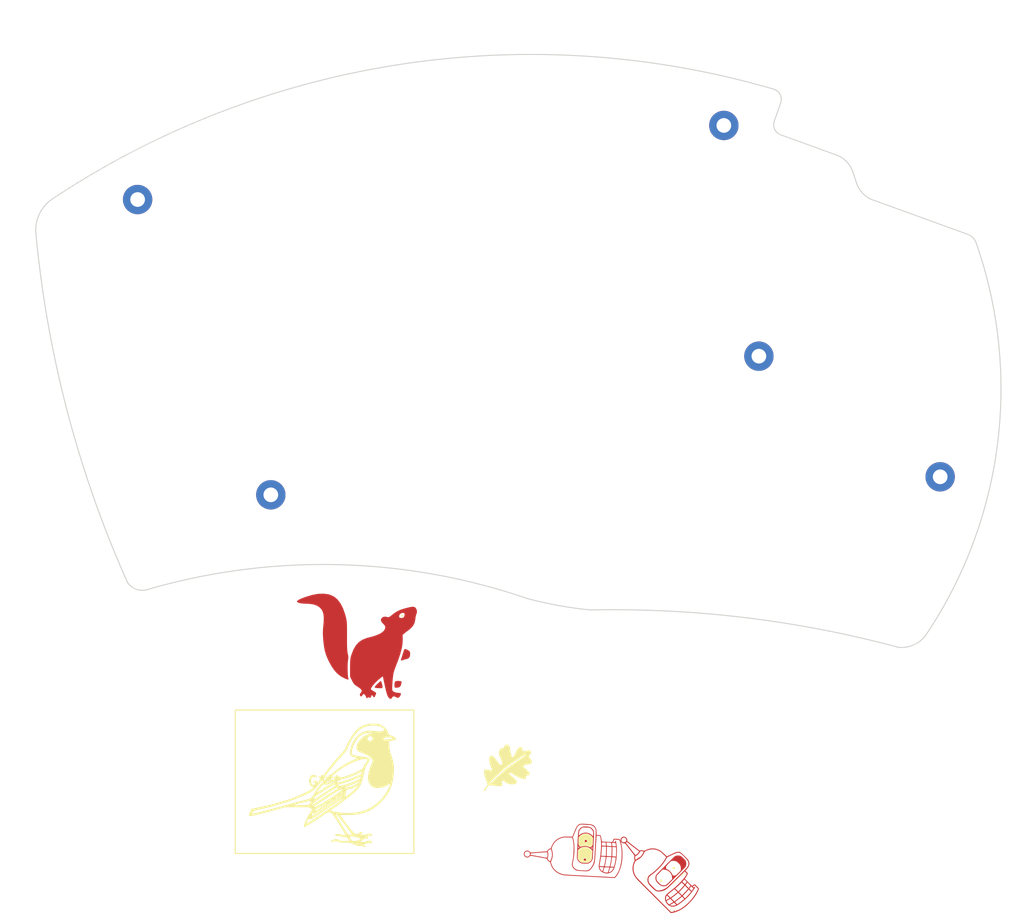
<source format=kicad_pcb>
(kicad_pcb (version 20221018) (generator pcbnew)
  (layers (0 "F.Cu" signal) (31 "B.Cu" signal) (34 "B.Paste" user) (35 "F.Paste" user) (36 "B.SilkS" user "B.Silkscreen") (37 "F.SilkS" user "F.Silkscreen") (38 "B.Mask" user) (39 "F.Mask" user) (44 "Edge.Cuts" user))
  (net 0 "")
  (net 1 "gnd")
  (footprint "LOGO" (layer "F.Cu") (at 86.7 161)
    (fp_text reference "G***" (at 0 0) (layer "F.SilkS") (effects (font (size 1.5 1.5) (thickness 0.3))))
    (fp_text value "LOGO" hide)
  )
  (footprint "LOGO" (layer "F.Cu") (at 113.918131 158.931437)
    (fp_text reference "G***" hide)
    (fp_text value "LOGO" hide)
  )
  (footprint "" (layer "F.Cu") (at 58.7 73.8)
    (fp_text reference "" (at 0 0) (layer "F.SilkS") (effects (font (size 1.27 1.27))))
    (fp_text value "" (at 0 0) (layer "F.SilkS") (effects (font (size 1.27 1.27))))
    (pad "" thru_hole circle (at 0 0) (size 4.4 4.4) (drill 2.2) (layers "*.Cu" "*.Mask"))
  )
  (footprint "" (layer "F.Cu") (at 146.5 62.7)
    (fp_text reference "" (at 0 0) (layer "F.SilkS") (effects (font (size 1.27 1.27))))
    (fp_text value "" (at 0 0) (layer "F.SilkS") (effects (font (size 1.27 1.27))))
    (pad "" thru_hole circle (at 0 0) (size 4.4 4.4) (drill 2.2) (layers "*.Cu" "*.Mask"))
  )
  (footprint "LOGO" (layer "F.Cu") (at 136.350022 174.137872 45)
    (fp_text reference "G***" hide)
    (fp_text value "LOGO" hide)
    (fp_poly (pts (xy 2.338096 0.599522) (xy 2.56788 0.600204) (xy 2.759478 0.601391) (xy 2.916941 0.603191) (xy 3.044321 0.605712) (xy 3.145667 0.609064) (xy 3.225032 0.613354) (xy 3.286465 0.618692) (xy 3.334018 0.625185) (xy 3.371743 0.632943) (xy 3.403689 0.642073) (xy 3.433908 0.652685) (xy 3.439039 0.654597) (xy 3.60978 0.744357) (xy 3.766798 0.875486) (xy 3.896358 1.034963) (xy 3.959431 1.147855) (xy 3.989083 1.21421) (xy 4.010204 1.271686) (xy 4.024239 1.331385) (xy 4.032633 1.40441) (xy 4.036833 1.501866) (xy 4.038283 1.634856) (xy 4.038437 1.754688) (xy 4.038437 2.190425) (xy 3.948912 2.37223) (xy 3.833916 2.555213) (xy 3.684475 2.701706) (xy 3.493036 2.819012) (xy 3.480942 2.824856) (xy 3.331371 2.896253) (xy 1.414133 2.901519) (xy 1.034351 2.902413) (xy 0.705183 2.90282) (xy 0.422852 2.902678) (xy 0.183585 2.901923) (xy -0.016395 2.900493) (xy -0.180862 2.898325) (xy -0.313591 2.895356) (xy -0.418357 2.891523) (xy -0.498935 2.886764) (xy -0.559101 2.881015) (xy -0.602629 2.874213) (xy -0.629608 2.867482) (xy -0.744708 2.816944) (xy -0.872675 2.738182) (xy -0.992672 2.64566) (xy -1.083864 2.553844) (xy -1.086931 2.549993) (xy -1.183466 2.400177) (xy -1.249247 2.230738) (xy -1.287793 2.030401) (xy -1.30045 1.865872) (xy -1.302621 1.70193) (xy -1.155317 1.70193) (xy -1.153752 1.867669) (xy -1.145488 2.022855) (xy -1.130568 2.151362) (xy -1.117043 2.213907) (xy -1.069657 2.324474) (xy -0.986934 2.440772) (xy -0.926679 2.508333) (xy -0.848208 2.587417) (xy -0.774186 2.649014) (xy -0.696394 2.695295) (xy -0.606614 2.728428) (xy -0.496628 2.750585) (xy -0.35822 2.763936) (xy -0.18317 2.770651) (xy 0.036738 2.7729) (xy 0.075502 2.772988) (xy 0.626913 2.773876) (xy 0.746424 2.654365) (xy 0.91616 2.449145) (xy 1.037907 2.223377) (xy 1.110021 1.982344) (xy 1.130862 1.731331) (xy 1.104541 1.501819) (xy 1.035191 1.272069) (xy 0.92533 1.066767) (xy 0.921849 1.062458) (xy 1.09236 1.062458) (xy 1.162992 1.231497) (xy 1.19909 1.329811) (xy 1.222706 1.429064) (xy 1.237156 1.547646) (xy 1.245084 1.686508) (xy 1.244309 1.884224) (xy 1.221512 2.057683) (xy 1.172137 2.229926) (xy 1.105136 2.39422) (xy 1.110983 2.440374) (xy 1.150408 2.507008) (xy 1.213264 2.582255) (xy 1.289404 2.654249) (xy 1.368681 2.711123) (xy 1.382926 2.719064) (xy 1.425829 2.738535) (xy 1.475729 2.752625) (xy 1.541893 2.762206) (xy 1.633588 2.76815) (xy 1.760082 2.771327) (xy 1.930642 2.77261) (xy 1.95313 2.772674) (xy 2.424141 2.773876) (xy 2.5404 2.693887) (xy 2.706359 2.553044) (xy 2.841544 2.377195) (xy 2.920657 2.231267) (xy 2.957533 2.14982) (xy 2.981761 2.081292) (xy 2.995978 2.010343) (xy 3.002821 1.921636) (xy 3.004926 1.799831) (xy 3.005032 1.740471) (xy 3.003809 1.599232) (xy 2.998617 1.497532) (xy 2.987175 1.420544) (xy 2.967201 1.353445) (xy 2.936412 1.281409) (xy 2.933369 1.274895) (xy 2.821741 1.089492) (xy 2.672129 0.918306) (xy 2.545438 0.811389) (xy 2.439377 0.734261) (xy 1.952867 0.734261) (xy 1.747845 0.73597) (xy 1.588705 0.742675) (xy 1.466999 0.756746) (xy 1.374283 0.780551) (xy 1.30211 0.816459) (xy 1.242035 0.86684) (xy 1.185613 0.934062) (xy 1.171297 0.953488) (xy 1.09236 1.062458) (xy 0.921849 1.062458) (xy 0.772241 0.877264) (xy 0.633455 0.730445) (xy 0.024383 0.739152) (xy -0.584689 0.747859) (xy -0.734261 0.83213) (xy -0.881133 0.939967) (xy -1.005827 1.079737) (xy -1.095246 1.235437) (xy -1.119405 1.302666) (xy -1.138185 1.403302) (xy -1.150142 1.541766) (xy -1.155317 1.70193) (xy -1.302621 1.70193) (xy -1.302626 1.701566) (xy -1.296671 1.541921) (xy -1.283544 1.408995) (xy -1.279441 1.383564) (xy -1.214745 1.170747) (xy -1.104018 0.980198) (xy -0.953568 0.819398) (xy -0.769704 0.695827) (xy -0.658191 0.647009) (xy -0.629535 0.637966) (xy -0.594279 0.630161) (xy -0.548455 0.623499) (xy -0.48809 0.61789) (xy -0.409215 0.613239) (xy -0.307859 0.609455) (xy -0.180052 0.606444) (xy -0.021824 0.604114) (xy 0.170797 0.602371) (xy 0.401781 0.601124) (xy 0.675098 0.60028) (xy 0.994719 0.599745) (xy 1.364614 0.599427) (xy 1.379119 0.599418) (xy 1.747767 0.599237) (xy 2.066075 0.599236)) (fill solid) (layer "F.Cu"))
    (fp_poly (pts (xy -0.206189 -6.981112) (xy -0.071011 -6.927366) (xy 0.0437 -6.834494) (xy 0.105524 -6.747433) (xy 0.162698 -6.593464) (xy 0.1711 -6.436541) (xy 0.132505 -6.287361) (xy 0.048688 -6.15662) (xy -0.00046 -6.109032) (xy -0.084458 -6.038352) (xy 0.059752 -4.876958) (xy 0.203962 -3.715564) (xy 0.285546 -3.673039) (xy 0.37947 -3.610278) (xy 0.474626 -3.524179) (xy 0.558462 -3.428656) (xy 0.618425 -3.33762) (xy 0.640347 -3.279791) (xy 0.654897 -3.224444) (xy 0.68199 -3.189481) (xy 0.735854 -3.163271) (xy 0.811866 -3.139609) (xy 1.158623 -3.014654) (xy 1.466557 -2.851773) (xy 1.735291 -2.651346) (xy 1.96445 -2.41375) (xy 2.153657 -2.139362) (xy 2.302537 -1.828561) (xy 2.393382 -1.550107) (xy 2.416186 -1.455649) (xy 2.433742 -1.358528) (xy 2.447105 -1.248121) (xy 2.457331 -1.1138) (xy 2.465476 -0.944942) (xy 2.471679 -0.762054) (xy 2.48833 -0.205156) (xy 3.141007 0.028099) (xy 3.367937 0.10946) (xy 3.5501 0.175779) (xy 3.694043 0.23005) (xy 3.80631 0.275267) (xy 3.893449 0.314424) (xy 3.962003 0.350516) (xy 4.01852 0.386537) (xy 4.069545 0.425481) (xy 4.121623 0.470342) (xy 4.136043 0.483254) (xy 4.206846 0.548097) (xy 4.263208 0.606029) (xy 4.306855 0.664154) (xy 4.339517 0.729581) (xy 4.36292 0.809415) (xy 4.378793 0.910764) (xy 4.388863 1.040733) (xy 4.394859 1.20643) (xy 4.398508 1.414961) (xy 4.400367 1.570404) (xy 4.402457 1.805951) (xy 4.402618 1.994352) (xy 4.400582 2.142829) (xy 4.396078 2.258601) (xy 4.388836 2.348887) (xy 4.378586 2.420907) (xy 4.366483 2.476403) (xy 4.287589 2.696349) (xy 4.17244 2.879064) (xy 4.019779 3.025331) (xy 3.828352 3.135932) (xy 3.596904 3.211651) (xy 3.324179 3.253273) (xy 3.107013 3.262544) (xy 2.937045 3.263383) (xy 2.937045 3.532002) (xy 2.933594 3.681366) (xy 2.923088 3.778742) (xy 2.905302 3.826104) (xy 2.903052 3.828216) (xy 2.853609 3.853713) (xy 2.763934 3.887016) (xy 2.646923 3.924293) (xy 2.515472 3.961711) (xy 2.38248 3.995438) (xy 2.260844 4.021641) (xy 2.238107 4.025802) (xy 2.139779 4.047387) (xy 2.06545 4.071789) (xy 2.029445 4.094213) (xy 2.028588 4.095933) (xy 2.02515 4.131717) (xy 2.022441 4.214384) (xy 2.02054 4.336432) (xy 2.019529 4.490358) (xy 2.019486 4.668659) (xy 2.02046 4.859685) (xy 2.026017 5.587775) (xy 2.169306 5.608406) (xy 2.273636 5.628608) (xy 2.372773 5.65599) (xy 2.40794 5.668875) (xy 2.503285 5.708713) (xy 2.495808 6.151733) (xy 2.48833 6.594754) (xy 2.311563 6.68316) (xy 2.050654 6.794978) (xy 1.742579 6.893969) (xy 1.393399 6.978491) (xy 1.009177 7.046897) (xy 0.926772 7.058762) (xy 0.775195 7.075239) (xy 0.584558 7.089089) (xy 0.367493 7.100021) (xy 0.136633 7.107746) (xy -0.095389 7.111974) (xy -0.315943 7.112417) (xy -0.512393 7.108783) (xy -0.67211 7.100784) (xy -0.720664 7.096528) (xy -1.20164 7.030144) (xy -1.647397 6.933961) (xy -2.055097 6.808923) (xy -2.421902 6.655974) (xy -2.744974 6.476059) (xy -2.892077 6.374155) (xy -3.100214 6.218694) (xy -3.100367 6.141468) (xy -2.96424 6.141468) (xy -2.862259 6.220373) (xy -2.779198 6.283098) (xy -2.697424 6.342528) (xy -2.677804 6.356276) (xy -2.595331 6.413275) (xy -2.59622 6.340845) (xy -2.587383 6.28697) (xy -2.548882 6.269166) (xy -2.529122 6.268416) (xy -2.476215 6.28084) (xy -2.454495 6.328312) (xy -2.452732 6.3411) (xy -2.456116 6.396866) (xy -2.492107 6.420001) (xy -2.507122 6.422684) (xy -2.536127 6.431176) (xy -2.527279 6.447179) (xy -2.475414 6.476136) (xy -2.440213 6.493159) (xy -2.336222 6.531889) (xy -2.256272 6.540399) (xy -2.245614 6.538446) (xy -2.191362 6.537175) (xy -2.163669 6.575913) (xy -2.162995 6.577994) (xy -2.141264 6.608452) (xy -2.09067 6.640124) (xy -2.003504 6.676755) (xy -1.872052 6.722089) (xy -1.854489 6.72779) (xy -1.422578 6.844164) (xy -0.957053 6.926451) (xy -0.467413 6.973723) (xy 0.036841 6.985052) (xy 0.5303 6.960875) (xy 0.901185 6.91935) (xy 1.26424 6.859305) (xy 1.608941 6.783178) (xy 1.924762 6.693408) (xy 2.201176 6.592435) (xy 2.291167 6.552811) (xy 2.365953 6.518036) (xy 2.365953 6.156549) (xy 2.365953 5.795062) (xy 2.263972 5.766741) (xy 2.155659 5.740697) (xy 2.088543 5.738219) (xy 2.053277 5.762787) (xy 2.040514 5.817884) (xy 2.039615 5.850295) (xy 2.041922 5.920815) (xy 2.056073 5.950144) (xy 2.092911 5.951467) (xy 2.118828 5.946631) (xy 2.189139 5.947083) (xy 2.233714 5.973872) (xy 2.240102 6.017726) (xy 2.23331 6.031869) (xy 2.210545 6.053963) (xy 2.16628 6.07541) (xy 2.093872 6.098028) (xy 1.986677 6.123636) (xy 1.838055 6.154052) (xy 1.672484 6.185358) (xy 1.127503 6.265297) (xy 0.577603 6.303643) (xy 0.015427 6.300336) (xy -0.566383 6.255318) (xy -1.083354 6.181621) (xy -0.027195 6.181621) (xy 0.523501 6.164097) (xy 0.699354 6.157824) (xy 0.863992 6.1507) (xy 1.006905 6.143276) (xy 1.117582 6.136103) (xy 1.185513 6.129733) (xy 1.189775 6.129128) (xy 1.305354 6.111682) (xy 1.305354 6.098101) (xy 1.439202 6.098101) (xy 1.542245 6.079149) (xy 1.635513 6.061204) (xy 1.743056 6.039448) (xy 1.774465 6.032877) (xy 1.903641 6.005557) (xy 1.903641 5.781187) (xy 1.902154 5.676325) (xy 1.8982 5.594166) (xy 1.892534 5.54839) (xy 1.890511 5.543687) (xy 1.859256 5.540963) (xy 1.788167 5.545523) (xy 1.691164 5.556372) (xy 1.666154 5.55972) (xy 1.454925 5.588883) (xy 1.447063 5.843492) (xy 1.439202 6.098101) (xy 1.305354 6.098101) (xy 1.305354 5.854002) (xy 1.304502 5.734556) (xy 1.300729 5.660311) (xy 1.292204 5.622091) (xy 1.277097 5.610718) (xy 1.257763 5.615286) (xy 1.217687 5.6214) (xy 1.131664 5.628062) (xy 1.008128 5.634842) (xy 0.855513 5.641306) (xy 0.682252 5.647022) (xy 0.591489 5.649441) (xy -0.027195 5.664631) (xy -0.027195 5.923126) (xy -0.027195 6.181621) (xy -1.083354 6.181621) (xy -1.175185 6.16853) (xy -1.210171 6.162443) (xy -1.472761 6.110042) (xy -1.689677 6.05171) (xy -1.869585 5.98389) (xy -1.888062 5.974032) (xy -1.495717 5.974032) (xy -1.230567 6.022627) (xy -1.014201 6.059857) (xy -0.800796 6.092141) (xy -0.602951 6.117841) (xy -0.433266 6.135318) (xy -0.305942 6.142898) (xy -0.163169 6.146039) (xy -0.163169 5.901285) (xy -0.164647 5.793497) (xy -0.168605 5.70993) (xy -0.174332 5.662718) (xy -0.17754 5.656531) (xy -0.231546 5.653127) (xy -0.327876 5.643841) (xy -0.45495 5.630062) (xy -0.601192 5.61318) (xy -0.755021 5.594584) (xy -0.90486 5.575664) (xy -1.039131 5.557809) (xy -1.146256 5.542408) (xy -1.196574 5.534244) (xy -1.305592 5.515656) (xy -1.395762 5.501493) (xy -1.452392 5.494018) (xy -1.461723 5.493399) (xy -1.479405 5.510994) (xy -1.490282 5.567867) (xy -1.495211 5.670084) (xy -1.495717 5.733697) (xy -1.495717 5.974032) (xy -1.888062 5.974032) (xy -2.021149 5.903027) (xy -2.153033 5.805565) (xy -2.212832 5.750928) (xy -2.351635 5.579127) (xy -2.450653 5.376291) (xy -2.472544 5.289598) (xy -2.334423 5.289598) (xy -2.332877 5.323096) (xy -2.303822 5.386014) (xy -2.254983 5.466337) (xy -2.194085 5.552051) (xy -2.128855 5.631142) (xy -2.087536 5.673547) (xy -2.004647 5.741582) (xy -1.909454 5.80542) (xy -1.813989 5.858742) (xy -1.730286 5.895232) (xy -1.670375 5.90857) (xy -1.650868 5.902843) (xy -1.641591 5.867723) (xy -1.636524 5.793022) (xy -1.636527 5.693443) (xy -1.63727 5.670256) (xy -1.645289 5.457984) (xy -1.984906 5.368842) (xy -2.051895 5.351737) (xy -1.495717 5.351737) (xy -1.250266 5.396845) (xy -1.123339 5.41791) (xy -0.965959 5.440666) (xy -0.792751 5.463343) (xy -0.618344 5.484175) (xy -0.457363 5.501394) (xy -0.324435 5.513232) (xy -0.251552 5.517531) (xy -0.163169 5.520557) (xy -0.027195 5.520557) (xy 0.469112 5.517605) (xy 0.641482 5.515659) (xy 0.807415 5.512121) (xy 0.954221 5.507382) (xy 1.06921 5.501836) (xy 1.128587 5.497209) (xy 1.291756 5.479765) (xy 1.292051 5.46681) (xy 1.441328 5.46681) (xy 1.556906 5.449319) (xy 1.662406 5.433075) (xy 1.76886 5.416285) (xy 1.781264 5.414292) (xy 1.890043 5.396757) (xy 1.897708 5.060759) (xy 1.905372 4.724761) (xy 1.817558 4.742324) (xy 1.737663 4.755991) (xy 1.635053 4.770651) (xy 1.585536 4.776835) (xy 1.441328 4.793784) (xy 1.441328 5.130297) (xy 1.441328 5.46681) (xy 1.292051 5.46681) (xy 1.299423 5.142812) (xy 1.307089 4.80586) (xy 1.177046 4.82377) (xy 1.10899 4.830274) (xy 0.997613 4.83763) (xy 0.853968 4.845253) (xy 0.689103 4.852559) (xy 0.514071 4.858961) (xy 0.509904 4.859097) (xy -0.027195 4.876513) (xy -0.027195 5.198535) (xy -0.027195 5.520557) (xy -0.163169 5.520557) (xy -0.163169 5.184635) (xy -0.163169 4.848713) (xy -0.414721 4.83094) (xy -0.527107 4.821055) (xy -0.667161 4.805833) (xy -0.823337 4.786855) (xy -0.984086 4.765701) (xy -1.13786 4.743949) (xy -1.27311 4.723181) (xy -1.378288 4.704976) (xy -1.441847 4.690914) (xy -1.444736 4.690032) (xy -1.4659 4.686587) (xy -1.480232 4.697718) (xy -1.489056 4.731801) (xy -1.493694 4.797211) (xy -1.495469 4.902324) (xy -1.495717 5.012794) (xy -1.495717 5.351737) (xy -2.051895 5.351737) (xy -2.112633 5.336228) (xy -2.220004 5.310538) (xy -2.296864 5.294076) (xy -2.33306 5.289142) (xy -2.334423 5.289598) (xy -2.472544 5.289598) (xy -2.507596 5.150784) (xy -2.516314 4.984585) (xy -2.38649 4.984585) (xy -2.380538 5.053747) (xy -2.369965 5.088216) (xy -2.349526 5.114746) (xy -2.309774 5.138062) (xy -2.241263 5.162886) (xy -2.134546 5.193945) (xy -2.058708 5.214701) (xy -1.898152 5.2589) (xy -1.783384 5.287727) (xy -1.706949 5.29692) (xy -1.661393 5.282216) (xy -1.63926 5.239356) (xy -1.633096 5.164076) (xy -1.635447 5.052117) (xy -1.637653 4.974007) (xy -1.645289 4.645015) (xy -1.944432 4.566755) (xy -2.066663 4.535408) (xy -2.170637 4.509916) (xy -2.244428 4.49313) (xy -2.274857 4.487823) (xy -2.29904 4.512261) (xy -2.324293 4.577717) (xy -2.34814 4.670933) (xy -2.368106 4.778655) (xy -2.381714 4.887624) (xy -2.38649 4.984585) (xy -2.516314 4.984585) (xy -2.520175 4.910971) (xy -2.496664 4.713972) (xy -2.424055 4.452434) (xy -2.370265 4.341754) (xy -2.219663 4.341754) (xy -2.217081 4.346446) (xy -2.183039 4.362357) (xy -2.111009 4.386176) (xy -2.014788 4.414261) (xy -1.908171 4.442969) (xy -1.804956 4.468656) (xy -1.718938 4.487681) (xy -1.663915 4.4964) (xy -1.652088 4.495628) (xy -1.643465 4.465185) (xy -1.636646 4.39258) (xy -1.632516 4.290033) (xy -1.631691 4.213599) (xy -1.633016 4.079917) (xy -1.641495 3.994596) (xy -1.663885 3.95161) (xy -1.70694 3.94493) (xy -1.777419 3.96853) (xy -1.862848 4.007387) (xy -1.935645 4.050141) (xy -2.016358 4.110764) (xy -2.095051 4.179746) (xy -2.161789 4.247578) (xy -2.206638 4.304751) (xy -2.219663 4.341754) (xy -2.370265 4.341754) (xy -2.317654 4.2335) (xy -2.177423 4.057123) (xy -2.003324 3.923259) (xy -1.974475 3.910583) (xy -1.495717 3.910583) (xy -1.495717 4.22423) (xy -1.494817 4.360703) (xy -1.491207 4.452208) (xy -1.483518 4.508152) (xy -1.470385 4.537941) (xy -1.450439 4.55098) (xy -1.448126 4.551694) (xy -1.36012 4.572098) (xy -1.230963 4.595516) (xy -1.073681 4.620199) (xy -0.901305 4.644399) (xy -0.726862 4.666369) (xy -0.563383 4.684361) (xy -0.423894 4.696627) (xy -0.333137 4.701263) (xy -0.163169 4.704711) (xy -0.163199 4.385171) (xy -0.163228 4.074347) (xy -0.027195 4.074347) (xy -0.027195 4.407238) (xy -0.027195 4.740129) (xy 0.564294 4.722594) (xy 0.742824 4.716632) (xy 0.906888 4.709897) (xy 1.047296 4.702865) (xy 1.154854 4.696015) (xy 1.220372 4.689823) (xy 1.231482 4.687943) (xy 1.307182 4.670826) (xy 1.302536 4.507632) (xy 1.441309 4.507632) (xy 1.447565 4.590868) (xy 1.469565 4.635976) (xy 1.516777 4.650855) (xy 1.59867 4.643401) (xy 1.724712 4.62151) (xy 1.731445 4.620335) (xy 1.903641 4.590348) (xy 1.903641 4.331092) (xy 1.903641 4.071836) (xy 1.777468 4.08913) (xy 1.672774 4.100155) (xy 1.56916 4.106093) (xy 1.546312 4.106424) (xy 1.441328 4.106424) (xy 1.441328 4.378373) (xy 1.441309 4.507632) (xy 1.302536 4.507632) (xy 1.299469 4.399922) (xy 1.291756 4.129017) (xy 0.856638 4.118488) (xy 0.686231 4.113609) (xy 0.514358 4.107374) (xy 0.357574 4.10047) (xy 0.232432 4.093582) (xy 0.197163 4.091152) (xy -0.027195 4.074347) (xy -0.163228 4.074347) (xy -0.163229 4.065632) (xy -0.713895 4.001307) (xy -0.889189 3.980845) (xy -1.053375 3.961707) (xy -1.196042 3.945104) (xy -1.306781 3.932248) (xy -1.375182 3.92435) (xy -1.380139 3.923783) (xy -1.495717 3.910583) (xy -1.974475 3.910583) (xy -1.795321 3.831863) (xy -1.754314 3.819928) (xy -1.678484 3.801693) (xy -1.603446 3.790005) (xy -1.520408 3.785117) (xy -1.420582 3.787279) (xy -1.295178 3.796742) (xy -1.135406 3.813756) (xy -0.932477 3.838572) (xy -0.883833 3.844763) (xy -0.420912 3.896882) (xy 0.035967 3.934645) (xy 0.4811 3.958136) (xy 0.908785 3.967441) (xy 1.313317 3.962645) (xy 1.688993 3.943832) (xy 2.030109 3.911089) (xy 2.330961 3.864499) (xy 2.585846 3.804148) (xy 2.624402 3.792461) (xy 2.709635 3.760555) (xy 2.771534 3.727883) (xy 2.793208 3.706962) (xy 2.797663 3.66323) (xy 2.796311 3.582024) (xy 2.789489 3.479909) (xy 2.788292 3.466747) (xy 2.769236 3.263383) (xy 1.024286 3.262435) (xy 0.647589 3.261975) (xy 0.321461 3.260985) (xy 0.042083 3.25939) (xy -0.194364 3.257114) (xy -0.391698 3.254083) (xy -0.553738 3.250221) (xy -0.684304 3.245453) (xy -0.787214 3.239705) (xy -0.866286 3.232901) (xy -0.925341 3.224966) (xy -0.930782 3.224021) (xy -1.039716 3.207437) (xy -1.13456 3.198027) (xy -1.197117 3.197511) (xy -1.202731 3.198333) (xy -1.24302 3.204651) (xy -1.232495 3.196317) (xy -1.211627 3.186926) (xy -1.177524 3.168642) (xy -1.190791 3.156156) (xy -1.224756 3.146466) (xy -1.284929 3.142694) (xy -1.317122 3.155495) (xy -1.360527 3.179908) (xy -1.37198 3.181382) (xy -1.379436 3.17032) (xy -1.365254 3.158586) (xy -1.347039 3.12916) (xy -1.373017 3.099741) (xy -1.433246 3.075592) (xy -1.517785 3.061977) (xy -1.550165 3.060684) (xy -1.622865 3.056025) (xy -1.663926 3.04553) (xy -1.667593 3.03792) (xy -1.634479 3.027384) (xy -1.602208 3.032953) (xy -1.557438 3.041436) (xy -1.556118 3.027945) (xy -1.595011 2.998415) (xy -1.63249 2.977424) (xy -1.69669 2.953539) (xy -1.742819 2.952381) (xy -1.745471 2.953733) (xy -1.762962 2.956405) (xy -1.753809 2.936625) (xy -1.747743 2.912105) (xy -1.775417 2.917441) (xy -1.807242 2.918985) (xy -1.806022 2.899712) (xy -1.81732 2.864036) (xy -1.854998 2.836705) (xy -1.939651 2.783093) (xy -2.038705 2.698399) (xy -2.137347 2.597417) (xy -2.220762 2.494943) (xy -2.262392 2.429816) (xy -2.306999 2.331272) (xy -2.341173 2.216595) (xy -2.365708 2.078812) (xy -2.381401 1.910951) (xy -2.389046 1.70604) (xy -2.389439 1.457106) (xy -2.387533 1.332548) (xy -2.385688 1.2481) (xy -2.227003 1.2481) (xy -2.225397 1.489992) (xy -2.224982 1.523525) (xy -2.222144 1.731106) (xy -2.219144 1.892162) (xy -2.215204 2.014556) (xy -2.209546 2.106149) (xy -2.201392 2.174802) (xy -2.189964 2.228378) (xy -2.174483 2.274739) (xy -2.154172 2.321745) (xy -2.143766 2.344102) (xy -2.092712 2.437826) (xy -2.030466 2.515019) (xy -1.942019 2.592665) (xy -1.888081 2.633447) (xy -1.585792 2.824471) (xy -1.265161 2.968711) (xy -0.933404 3.063337) (xy -0.704081 3.097999) (xy -0.624907 3.102944) (xy -0.499095 3.10736) (xy -0.33213 3.111246) (xy -0.129497 3.114602) (xy 0.10332 3.117427) (xy 0.360838 3.119719) (xy 0.637571 3.121479) (xy 0.928036 3.122705) (xy 1.226748 3.123397) (xy 1.528224 3.123554) (xy 1.826978 3.123174) (xy 2.117527 3.122258) (xy 2.394386 3.120804) (xy 2.652071 3.118812) (xy 2.885098 3.11628) (xy 3.087982 3.113208) (xy 3.255239 3.109596) (xy 3.381386 3.105442) (xy 3.460937 3.100746) (xy 3.479159 3.098607) (xy 3.695229 3.046517) (xy 3.870515 2.965449) (xy 4.012268 2.851935) (xy 4.026639 2.836761) (xy 4.104712 2.740616) (xy 4.167453 2.634829) (xy 4.216118 2.51297) (xy 4.251958 2.368609) (xy 4.276229 2.195315) (xy 4.290183 1.986657) (xy 4.295074 1.736206) (xy 4.292795 1.471482) (xy 4.289318 1.287678) (xy 4.285577 1.149079) (xy 4.280371 1.046506) (xy 4.272497 0.97078) (xy 4.260754 0.912726) (xy 4.243941 0.863164) (xy 4.220857 0.812916) (xy 4.201606 0.774929) (xy 4.159953 0.70028) (xy 4.113755 0.635569) (xy 4.057199 0.577466) (xy 3.98447 0.522644) (xy 3.889755 0.467773) (xy 3.76724 0.409524) (xy 3.611109 0.344569) (xy 3.415549 0.269578) (xy 3.174746 0.181223) (xy 3.147275 0.171279) (xy 2.936616 0.095326) (xy 2.770531 0.036329) (xy 2.642539 -0.00751) (xy 2.546159 -0.037989) (xy 2.474912 -0.056904) (xy 2.422315 -0.066053) (xy 2.381889 -0.067233) (xy 2.347152 -0.06224) (xy 2.325161 -0.056705) (xy 2.248894 -0.035724) (xy 2.139576 -0.005716) (xy 2.016615 0.027991) (xy 1.971628 0.040312) (xy 1.658003 0.111619) (xy 1.303081 0.166474) (xy 0.917684 0.203975) (xy 0.512635 0.22322) (xy 0.098756 0.223305) (xy -0.123789 0.215108) (xy -0.314399 0.205184) (xy -0.46523 0.196104) (xy -0.590844 0.186415) (xy -0.705804 0.174665) (xy -0.82467 0.1594) (xy -0.962006 0.139168) (xy -1.098303 0.117904) (xy -1.292542 0.092183) (xy -1.446684 0.08481) (xy -1.572306 0.097168) (xy -1.680987 0.130638) (xy -1.784305 0.186602) (xy -1.808319 0.202657) (xy -1.940758 0.316809) (xy -2.060623 0.462016) (xy -2.154279 0.619646) (xy -2.199994 0.737895) (xy -2.212018 0.80491) (xy -2.220441 0.909593) (xy -2.225394 1.055978) (xy -2.227003 1.2481) (xy -2.385688 1.2481) (xy -2.383323 1.139896) (xy -2.37849 0.992431) (xy -2.372091 0.880949) (xy -2.363182 0.796249) (xy -2.350819 0.729128) (xy -2.334059 0.670383) (xy -2.314066 0.616136) (xy -2.208074 0.41372) (xy -2.063186 0.235116) (xy -1.888821 0.089176) (xy -1.694398 -0.015246) (xy -1.611967 -0.043743) (xy -1.544479 -0.061746) (xy -1.485376 -0.071172) (xy -1.420922 -0.071656) (xy -1.337382 -0.062833) (xy -1.221021 -0.044337) (xy -1.146284 -0.031355) (xy -0.8859 0.011674) (xy -0.651774 0.043638) (xy -0.427214 0.065922) (xy -0.195524 0.079911) (xy 0.059989 0.086991) (xy 0.299144 0.088613) (xy 0.657136 0.083367) (xy 0.976327 0.066486) (xy 1.271377 0.03633) (xy 1.556949 -0.008741) (xy 1.847704 -0.070364) (xy 1.954505 -0.096422) (xy 2.08735 -0.130382) (xy 2.200057 -0.16025) (xy 2.282719 -0.183321) (xy 2.325426 -0.196889) (xy 2.328955 -0.19869) (xy 2.335641 -0.232019) (xy 2.340105 -0.309571) (xy 2.342488 -0.421231) (xy 2.342932 -0.556884) (xy 2.341581 -0.706416) (xy 2.338575 -0.859712) (xy 2.334059 -1.006656) (xy 2.328172 -1.137133) (xy 2.321059 -1.241028) (xy 2.313391 -1.305353) (xy 2.227353 -1.649814) (xy 2.0987 -1.961603) (xy 1.928461 -2.239393) (xy 1.717665 -2.481856) (xy 1.467344 -2.687665) (xy 1.178526 -2.855494) (xy 1.074197 -2.902632) (xy 0.899492 -2.972089) (xy 0.763688 -3.015203) (xy 0.658976 -3.033499) (xy 0.577549 -3.028501) (xy 0.525754 -3.009713) (xy 0.405102 -2.959937) (xy 0.247977 -2.913225) (xy 0.072283 -2.873874) (xy -0.104079 -2.846181) (xy -0.190423 -2.837793) (xy -0.506402 -2.841764) (xy -0.825566 -2.898099) (xy -1.019807 -2.958109) (xy -1.146893 -2.99956) (xy -1.25 -3.018814) (xy -1.347422 -3.015284) (xy -1.457453 -2.988385) (xy -1.59265 -2.939753) (xy -1.89372 -2.795006) (xy -2.164111 -2.607235) (xy -2.40065 -2.380339) (xy -2.600166 -2.118216) (xy -2.759485 -1.824763) (xy -2.875437 -1.503878) (xy -2.921559 -1.30678) (xy -2.927751 -1.269213) (xy -2.933326 -1.223279) (xy -2.938314 -1.166146) (xy -2.942748 -1.09498) (xy -2.946658 -1.006948) (xy -2.950077 -0.899218) (xy -2.953035 -0.768957) (xy -2.955564 -0.613331) (xy -2.957697 -0.429508) (xy -2.959463 -0.214655) (xy -2.960895 0.034062) (xy -2.962025 0.319475) (xy -2.962884 0.644416) (xy -2.963502 1.01172) (xy -2.963913 1.424219) (xy -2.964147 1.884746) (xy -2.964236 2.396134) (xy -2.96424 2.529841) (xy -2.96424 6.141468) (xy -3.100367 6.141468) (xy -3.107013 2.789808) (xy -3.107799 2.357157) (xy -3.108427 1.936216) (xy -3.108897 1.530561) (xy -3.109211 1.143767) (xy -3.10937 0.779409) (xy -3.109377 0.441062) (xy -3.109232 0.132302) (xy -3.108938 -0.143296) (xy -3.108496 -0.382157) (xy -3.107908 -0.580705) (xy -3.107174 -0.735365) (xy -3.106298 -0.842563) (xy -3.105348 -0.896768) (xy -3.068656 -1.272509) (xy -2.985284 -1.624301) (xy -2.857173 -1.94946) (xy -2.686263 -2.245298) (xy -2.474495 -2.509133) (xy -2.223811 -2.738277) (xy -1.936151 -2.930045) (xy -1.613455 -3.081752) (xy -1.495717 -3.123857) (xy -1.401134 -3.157048) (xy -1.341782 -3.188468) (xy -1.338204 -3.192357) (xy -1.148596 -3.192357) (xy -1.128856 -3.156055) (xy -1.082189 -3.12858) (xy -1.018593 -3.104132) (xy -0.970309 -3.111345) (xy -0.945569 -3.125002) (xy -0.901748 -3.144734) (xy -0.868108 -3.129461) (xy -0.835985 -3.089837) (xy -0.784767 -3.042062) (xy -0.728309 -3.01932) (xy -0.68227 -3.023835) (xy -0.66231 -3.057834) (xy -0.66235 -3.059422) (xy -0.598287 -3.059422) (xy -0.584689 -3.045824) (xy -0.571092 -3.059422) (xy -0.584689 -3.073019) (xy -0.598287 -3.059422) (xy -0.66235 -3.059422) (xy -0.662497 -3.065179) (xy -0.646602 -3.107428) (xy -0.606053 -3.121538) (xy -0.564936 -3.103504) (xy -0.552519 -3.083459) (xy -0.552177 -3.037269) (xy -0.569276 -3.023767) (xy -0.589803 -3.008519) (xy -0.56737 -2.988559) (xy -0.513651 -2.973907) (xy -0.420282 -2.966688) (xy -0.301445 -2.966574) (xy -0.171323 -2.973235) (xy -0.044098 -2.986342) (xy 0.05439 -3.002987) (xy 0.1788 -3.033848) (xy 0.310288 -3.072912) (xy 0.385307 -3.09882) (xy 0.470007 -3.132252) (xy 0.513725 -3.157879) (xy 0.526648 -3.186328) (xy 0.518963 -3.228227) (xy 0.516766 -3.235967) (xy 0.451198 -3.370401) (xy 0.338587 -3.47862) (xy 0.288404 -3.510251) (xy 0.225437 -3.544021) (xy 0.179068 -3.556453) (xy 0.126985 -3.548387) (xy 0.046875 -3.520665) (xy 0.04365 -3.519481) (xy -0.093027 -3.48622) (xy -0.259219 -3.47063) (xy -0.433065 -3.472776) (xy -0.592706 -3.492724) (xy -0.684236 -3.517293) (xy -0.789146 -3.545525) (xy -0.865475 -3.541776) (xy -0.876938 -3.537953) (xy -0.963586 -3.485423) (xy -1.048888 -3.402839) (xy -1.114543 -3.31007) (xy -1.137725 -3.25481) (xy -1.148596 -3.192357) (xy -1.338204 -3.192357) (xy -1.301039 -3.232758) (xy -1.26228 -3.304557) (xy -1.242331 -3.347001) (xy -1.207135 -3.41932) (xy -1.173316 -3.473934) (xy -1.130755 -3.520436) (xy -1.06933 -3.568418) (xy -0.978922 -3.627473) (xy -0.885842 -3.684904) (xy -0.873243 -3.701153) (xy -0.872491 -3.703224) (xy -0.695476 -3.703224) (xy -0.695246 -3.677616) (xy -0.662613 -3.662375) (xy -0.595696 -3.63975) (xy -0.551136 -3.626572) (xy -0.416287 -3.604792) (xy -0.257954 -3.603237) (xy -0.102747 -3.620942) (xy -0.004118 -3.646381) (xy 0.056327 -3.67352) (xy 0.07652 -3.707319) (xy 0.071727 -3.75459) (xy 0.065031 -3.798277) (xy 0.05261 -3.889457) (xy 0.035296 -4.021634) (xy 0.013922 -4.188308) (xy -0.01068 -4.382981) (xy -0.037676 -4.599155) (xy -0.066234 -4.83033) (xy -0.068108 -4.845589) (xy -0.096647 -5.076827) (xy -0.123593 -5.292896) (xy -0.148129 -5.487404) (xy -0.169436 -5.653961) (xy -0.186697 -5.786177) (xy -0.199093 -5.87766) (xy -0.205806 -5.92202) (xy -0.206057 -5.923268) (xy -0.222907 -5.964555) (xy -0.260855 -5.97939) (xy -0.320456 -5.977658) (xy -0.42152 -5.969272) (xy -0.442301 -5.792505) (xy -0.450657 -5.72388) (xy -0.46499 -5.608931) (xy -0.484336 -5.455278) (xy -0.50773 -5.270542) (xy -0.534207 -5.062343) (xy -0.562803 -4.838303) (xy -0.586412 -4.653925) (xy -0.614491 -4.431491) (xy -0.639525 -4.226431) (xy -0.660828 -4.044908) (xy -0.677713 -3.893089) (xy -0.689491 -3.77714) (xy -0.695476 -3.703224) (xy -0.872491 -3.703224) (xy -0.860036 -3.737535) (xy -0.845501 -3.798519) (xy -0.828919 -3.888577) (xy -0.80957 -4.012178) (xy -0.786734 -4.173795) (xy -0.759693 -4.377898) (xy -0.727726 -4.628957) (xy -0.706391 -4.799893) (xy -0.676523 -5.039207) (xy -0.648243 -5.263319) (xy -0.622348 -5.466102) (xy -0.599633 -5.641429) (xy -0.580895 -5.783174) (xy -0.566929 -5.885208) (xy -0.558531 -5.941405) (xy -0.557118 -5.948844) (xy -0.559379 -5.995872) (xy -0.592528 -6.051079) (xy -0.663105 -6.125611) (xy -0.754661 -6.24122) (xy -0.571092 -6.24122) (xy -0.557494 -6.227623) (xy -0.543897 -6.24122) (xy -0.557494 -6.254818) (xy -0.571092 -6.24122) (xy -0.754661 -6.24122) (xy -0.770087 -6.260698) (xy -0.826571 -6.407673) (xy -0.828877 -6.474323) (xy -0.700487 -6.474323) (xy -0.679103 -6.363204) (xy -0.670876 -6.345301) (xy -0.633155 -6.289313) (xy -0.587007 -6.272581) (xy -0.545512 -6.275975) (xy -0.486427 -6.278411) (xy -0.464416 -6.256997) (xy -0.462729 -6.237508) (xy -0.467226 -6.204068) (xy -0.485527 -6.221567) (xy -0.489507 -6.227623) (xy -0.511287 -6.248277) (xy -0.516286 -6.236364) (xy -0.494289 -6.176228) (xy -0.434968 -6.137928) (xy -0.351086 -6.122101) (xy -0.255407 -6.129384) (xy -0.160693 -6.160415) (xy -0.080942 -6.214641) (xy 0.004689 -6.32877) (xy 0.042983 -6.453204) (xy 0.036516 -6.577628) (xy -0.012134 -6.69173) (xy -0.100391 -6.785195) (xy -0.225676 -6.847711) (xy -0.240171 -6.851871) (xy -0.321786 -6.867869) (xy -0.390354 -6.861109) (xy -0.473931 -6.829587) (xy -0.556567 -6.782704) (xy -0.622926 -6.727371) (xy -0.639234 -6.707113) (xy -0.686516 -6.59675) (xy -0.700487 -6.474323) (xy -0.828877 -6.474323) (xy -0.831836 -6.559865) (xy -0.785163 -6.710604) (xy -0.735203 -6.793099) (xy -0.62634 -6.901727) (xy -0.494671 -6.968881) (xy -0.351015 -6.995146)) (fill solid) (layer "F.Cu"))
  )
  (footprint "" (layer "F.Cu") (at 178.9 115.35)
    (fp_text reference "" (at 0 0) (layer "F.SilkS") (effects (font (size 1.27 1.27))))
    (fp_text value "" (at 0 0) (layer "F.SilkS") (effects (font (size 1.27 1.27))))
    (pad "" thru_hole circle (at 0 0) (size 4.4 4.4) (drill 2.2) (layers "*.Cu" "*.Mask"))
  )
  (footprint "LOGO" (layer "F.Cu") (at 92 140.5)
    (fp_text reference "G***" hide)
    (fp_text value "LOGO" hide)
    (fp_poly (pts (xy 5.981279 5.450479) (xy 6.166479 5.485609) (xy 6.219286 5.515709) (xy 6.228072 5.638982) (xy 6.194164 5.85956) (xy 6.166387 5.975437) (xy 6.070633 6.224331) (xy 5.921182 6.371673) (xy 5.678828 6.441005) (xy 5.36575 6.456187) (xy 5.232894 6.434184) (xy 5.176416 6.335938) (xy 5.165823 6.137625) (xy 5.178859 5.792709) (xy 5.232484 5.583712) (xy 5.353088 5.477251) (xy 5.567063 5.439943) (xy 5.719878 5.436789)) (fill solid) (layer "F.Cu"))
    (fp_poly (pts (xy 3.180079 5.511105) (xy 3.247097 5.697096) (xy 3.314071 5.93933) (xy 3.365695 6.182374) (xy 3.386664 6.370794) (xy 3.386667 6.372457) (xy 3.366231 6.471111) (xy 3.277627 6.519753) (xy 3.079913 6.533012) (xy 2.942167 6.531283) (xy 2.658046 6.518408) (xy 2.427639 6.496535) (xy 2.3495 6.482579) (xy 2.223904 6.410304) (xy 2.201334 6.360219) (xy 2.258349 6.267516) (xy 2.403996 6.100084) (xy 2.600175 5.895876) (xy 2.808785 5.692845) (xy 2.991728 5.528945) (xy 3.110902 5.44213) (xy 3.128322 5.436789)) (fill solid) (layer "F.Cu"))
    (fp_poly (pts (xy 6.979533 0.72312) (xy 7.115901 0.786119) (xy 7.344055 0.914311) (xy 7.460002 1.036859) (xy 7.507478 1.214336) (xy 7.519373 1.344899) (xy 7.49247 1.727913) (xy 7.346052 1.99215) (xy 7.077001 2.142223) (xy 6.964474 2.166892) (xy 6.713365 2.221896) (xy 6.51687 2.2894) (xy 6.499316 2.298287) (xy 6.291051 2.376428) (xy 6.156117 2.360439) (xy 6.12952 2.256953) (xy 6.13878 2.229933) (xy 6.191429 2.082065) (xy 6.277289 1.821084) (xy 6.380205 1.496396) (xy 6.409607 1.401672) (xy 6.512911 1.08188) (xy 6.603942 0.826123) (xy 6.66725 0.676987) (xy 6.67917 0.658695) (xy 6.782242 0.657128)) (fill solid) (layer "F.Cu"))
    (fp_poly (pts (xy -4.785906 -7.556082) (xy -4.425611 -7.458314) (xy -3.854942 -7.185666) (xy -3.350589 -6.761243) (xy -2.911467 -6.183536) (xy -2.536492 -5.451036) (xy -2.224581 -4.562233) (xy -2.149654 -4.289967) (xy -2.081455 -4.021342) (xy -2.029024 -3.785306) (xy -1.990415 -3.554189) (xy -1.963681 -3.300317) (xy -1.946876 -2.996021) (xy -1.938053 -2.613627) (xy -1.935266 -2.125465) (xy -1.936568 -1.503863) (xy -1.937522 -1.274248) (xy -1.938232 -0.539036) (xy -1.932595 0.047681) (xy -1.919676 0.507218) (xy -1.898536 0.860894) (xy -1.868239 1.130026) (xy -1.827849 1.335931) (xy -1.8218 1.359197) (xy -1.751175 1.698094) (xy -1.743215 2.010515) (xy -1.78852 2.358472) (xy -1.820277 2.65024) (xy -1.838081 3.04482) (xy -1.842774 3.498635) (xy -1.835201 3.968108) (xy -1.816205 4.409659) (xy -1.786629 4.779711) (xy -1.747317 5.034685) (xy -1.735932 5.075752) (xy -1.70722 5.196907) (xy -1.740489 5.248182) (xy -1.862156 5.229376) (xy -2.098638 5.140292) (xy -2.262383 5.071794) (xy -2.838416 4.774165) (xy -3.347726 4.389196) (xy -3.808787 3.896827) (xy -4.240074 3.276997) (xy -4.660061 2.509646) (xy -4.703588 2.42107) (xy -4.945917 1.887837) (xy -5.133192 1.382322) (xy -5.275992 0.861599) (xy -5.384896 0.28274) (xy -5.47048 -0.397181) (xy -5.515094 -0.872147) (xy -5.557173 -1.650625) (xy -5.538295 -2.327115) (xy -5.509832 -2.613618) (xy -5.434498 -3.382598) (xy -5.417898 -4.011906) (xy -5.463951 -4.522621) (xy -5.576575 -4.935822) (xy -5.75969 -5.272589) (xy -6.017214 -5.554002) (xy -6.063899 -5.593901) (xy -6.473663 -5.854993) (xy -6.974388 -6.024756) (xy -7.590596 -6.110064) (xy -7.952867 -6.123225) (xy -8.453449 -6.144944) (xy -8.876233 -6.196531) (xy -9.197033 -6.272647) (xy -9.391663 -6.367957) (xy -9.440333 -6.451426) (xy -9.365416 -6.586856) (xy -9.137626 -6.74395) (xy -8.75241 -6.925196) (xy -8.205211 -7.133081) (xy -8.168426 -7.146001) (xy -7.191927 -7.441075) (xy -6.311305 -7.607059) (xy -5.513613 -7.645034)) (fill solid) (layer "F.Cu"))
    (fp_poly (pts (xy 8.219684 -5.616574) (xy 8.368541 -5.477039) (xy 8.375855 -5.467808) (xy 8.52441 -5.150975) (xy 8.532821 -4.798377) (xy 8.449264 -4.560469) (xy 8.388773 -4.38175) (xy 8.33117 -4.097504) (xy 8.291845 -3.795615) (xy 8.183945 -3.263669) (xy 7.958266 -2.815386) (xy 7.594034 -2.415733) (xy 7.363847 -2.230857) (xy 7.080835 -2.016842) (xy 6.797614 -1.795829) (xy 6.688667 -1.708206) (xy 6.392334 -1.466067) (xy 6.412268 -0.796746) (xy 6.383847 -0.161836) (xy 6.261283 0.56431) (xy 6.04164 1.393687) (xy 5.721981 2.338295) (xy 5.508196 2.896858) (xy 5.311041 3.403197) (xy 5.168841 3.797725) (xy 5.069786 4.124767) (xy 5.002066 4.428647) (xy 4.953869 4.753691) (xy 4.915528 5.121203) (xy 4.878477 5.557169) (xy 4.849035 5.978119) (xy 4.830868 6.327095) (xy 4.826825 6.498662) (xy 4.83781 6.761321) (xy 4.889027 6.916093) (xy 5.008453 7.024546) (xy 5.087397 7.072074) (xy 5.344101 7.168267) (xy 5.650653 7.218592) (xy 5.716865 7.220736) (xy 5.952955 7.237345) (xy 6.109154 7.279097) (xy 6.13463 7.299673) (xy 6.131115 7.419513) (xy 6.062052 7.619488) (xy 6.033794 7.679858) (xy 5.858662 7.914141) (xy 5.648484 7.982277) (xy 5.403794 7.884119) (xy 5.371349 7.860561) (xy 5.129884 7.744155) (xy 4.93237 7.785282) (xy 4.810595 7.942809) (xy 4.6758 8.119969) (xy 4.513189 8.133401) (xy 4.331566 7.985258) (xy 4.202168 7.794147) (xy 4.131607 7.655752) (xy 4.062486 7.480991) (xy 3.989549 7.249539) (xy 3.907541 6.941069) (xy 3.811206 6.535255) (xy 3.695291 6.011769) (xy 3.554539 5.350287) (xy 3.487387 5.029462) (xy 3.429 4.74956) (xy 3.144787 4.960271) (xy 2.789596 5.246586) (xy 2.44814 5.562725) (xy 2.141391 5.884197) (xy 1.89032 6.186513) (xy 1.715898 6.445182) (xy 1.639097 6.635713) (xy 1.648728 6.707347) (xy 1.754501 6.80016) (xy 1.951964 6.923097) (xy 2.032 6.965886) (xy 2.289749 7.113852) (xy 2.41033 7.23696) (xy 2.416322 7.366708) (xy 2.379716 7.450892) (xy 2.285938 7.658016) (xy 2.252505 7.751672) (xy 2.163275 7.884858) (xy 2.044259 7.859345) (xy 1.947334 7.730435) (xy 1.830298 7.58504) (xy 1.734299 7.584369) (xy 1.693358 7.728062) (xy 1.693334 7.733101) (xy 1.632216 7.897686) (xy 1.493064 7.971667) (xy 1.342179 7.92147) (xy 1.334989 7.91457) (xy 1.229692 7.878721) (xy 1.135338 7.967003) (xy 1.054708 8.051894) (xy 0.995131 8.008476) (xy 0.93733 7.872699) (xy 0.799662 7.602111) (xy 0.647538 7.442003) (xy 0.505824 7.406742) (xy 0.399385 7.510695) (xy 0.383483 7.552687) (xy 0.277954 7.72394) (xy 0.141822 7.763393) (xy 0.023555 7.662046) (xy 0.00583 7.622833) (xy -0.012287 7.427017) (xy 0.093747 7.257736) (xy 0.231265 7.073603) (xy 0.269171 6.908555) (xy 0.195377 6.741846) (xy -0.002209 6.552734) (xy -0.335675 6.320474) (xy -0.520118 6.204475) (xy -0.762595 6.028427) (xy -0.952156 5.814805) (xy -1.132978 5.509956) (xy -1.197451 5.381842) (xy -1.481666 4.801939) (xy -1.481666 3.48408) (xy -1.478464 2.948625) (xy -1.466124 2.542519) (xy -1.440545 2.225288) (xy -1.397629 1.956456) (xy -1.333276 1.695548) (xy -1.283641 1.529097) (xy -0.987637 0.753151) (xy -0.622444 0.124973) (xy -0.176109 -0.367568) (xy 0.363322 -0.736605) (xy 1.007803 -0.994269) (xy 1.27 -1.062598) (xy 2.078106 -1.277806) (xy 2.731598 -1.516372) (xy 3.226395 -1.776389) (xy 3.558413 -2.055946) (xy 3.64485 -2.173012) (xy 3.784894 -2.473105) (xy 3.783575 -2.723829) (xy 3.633558 -2.965238) (xy 3.471334 -3.120377) (xy 3.225562 -3.395898) (xy 3.129028 -3.661922) (xy 3.18576 -3.899653) (xy 3.280834 -4.009039) (xy 3.529996 -4.166779) (xy 3.798112 -4.196604) (xy 4.021164 -4.151841) (xy 4.188602 -4.11451) (xy 4.324381 -4.124923) (xy 4.372035 -4.149129) (xy 5.86824 -4.149129) (xy 5.957182 -4.031283) (xy 6.181598 -3.993136) (xy 6.225018 -3.992642) (xy 6.480147 -4.039564) (xy 6.601021 -4.156957) (xy 6.670663 -4.373531) (xy 6.688667 -4.539231) (xy 6.656086 -4.703354) (xy 6.524447 -4.755622) (xy 6.471434 -4.757191) (xy 6.153111 -4.695688) (xy 5.949601 -4.515851) (xy 5.891482 -4.37325) (xy 5.86824 -4.149129) (xy 4.372035 -4.149129) (xy 4.475078 -4.20147) (xy 4.68727 -4.362541) (xy 4.810272 -4.463404) (xy 5.202868 -4.764251) (xy 5.591425 -5.004717) (xy 6.015501 -5.202231) (xy 6.514655 -5.37422) (xy 7.128445 -5.538113) (xy 7.388382 -5.599243) (xy 7.770001 -5.6723) (xy 8.033637 -5.679869)) (fill solid) (layer "F.Cu"))
  )
  (footprint "" (layer "F.Cu") (at 151.75 97.275)
    (fp_text reference "" (at 0 0) (layer "F.SilkS") (effects (font (size 1.27 1.27))))
    (fp_text value "" (at 0 0) (layer "F.SilkS") (effects (font (size 1.27 1.27))))
    (pad "" thru_hole circle (at 0 0) (size 4.4 4.4) (drill 2.2) (layers "*.Cu" "*.Mask"))
  )
  (footprint "" (layer "F.Cu") (at 78.65 118.05)
    (fp_text reference "" (at 0 0) (layer "F.SilkS") (effects (font (size 1.27 1.27))))
    (fp_text value "" (at 0 0) (layer "F.SilkS") (effects (font (size 1.27 1.27))))
    (pad "" thru_hole circle (at 0 0) (size 4.4 4.4) (drill 2.2) (layers "*.Cu" "*.Mask"))
  )
  (footprint "LOGO" (layer "F.Cu") (at 124.000022 171.537872 87)
    (fp_text reference "G***" hide)
    (fp_text value "LOGO" hide)
    (fp_poly (pts (xy -0.934432 1.739565) (xy -0.941161 1.89366) (xy -1.080927 1.900361) (xy -1.155909 1.901175) (xy -1.210796 1.896574) (xy -1.231669 1.889021) (xy -1.23878 1.858195) (xy -1.245995 1.796716) (xy -1.250653 1.73491) (xy -1.258661 1.598839) (xy -1.093182 1.592154) (xy -0.927703 1.58547)) (fill solid) (layer "F.Cu"))
    (fp_poly (pts (xy 1.855009 1.74058) (xy 1.848303 1.89366) (xy 1.711301 1.900289) (xy 1.636026 1.901337) (xy 1.579919 1.897319) (xy 1.558221 1.89084) (xy 1.549846 1.861303) (xy 1.544031 1.800349) (xy 1.542143 1.73113) (xy 1.542143 1.5875) (xy 1.701929 1.5875) (xy 1.861715 1.5875)) (fill solid) (layer "F.Cu"))
    (fp_poly (pts (xy 1.165316 0.519829) (xy 1.43157 0.520546) (xy 1.692668 0.521766) (xy 1.944442 0.523485) (xy 2.182724 0.525697) (xy 2.403346 0.528395) (xy 2.602139 0.531575) (xy 2.774936 0.53523) (xy 2.917569 0.539354) (xy 3.025869 0.543942) (xy 3.095668 0.548988) (xy 3.118303 0.55248) (xy 3.317247 0.627402) (xy 3.492515 0.73723) (xy 3.639703 0.877549) (xy 3.754404 1.043941) (xy 3.832215 1.231992) (xy 3.845262 1.281339) (xy 3.860484 1.376298) (xy 3.870866 1.50321) (xy 3.876282 1.648916) (xy 3.876603 1.800257) (xy 3.871704 1.944075) (xy 3.861456 2.067209) (xy 3.853385 2.12195) (xy 3.798893 2.301636) (xy 3.706461 2.472966) (xy 3.583468 2.625786) (xy 3.437294 2.749938) (xy 3.36474 2.794387) (xy 3.323265 2.816818) (xy 3.284841 2.836534) (xy 3.246407 2.85371) (xy 3.204899 2.86852) (xy 3.157252 2.881137) (xy 3.100402 2.891737) (xy 3.031287 2.900493) (xy 2.946842 2.907579) (xy 2.844003 2.913169) (xy 2.719708 2.917438) (xy 2.570891 2.920559) (xy 2.394489 2.922706) (xy 2.187439 2.924054) (xy 1.946677 2.924777) (xy 1.669139 2.925048) (xy 1.351761 2.925043) (xy 1.066797 2.924955) (xy -0.850447 2.924375) (xy -1.020536 2.866557) (xy -1.215602 2.777494) (xy -1.384238 2.653513) (xy -1.52244 2.498384) (xy -1.6262 2.315876) (xy -1.639425 2.284167) (xy -1.658788 2.227615) (xy -1.672931 2.164236) (xy -1.682968 2.084769) (xy -1.690011 1.979956) (xy -1.695174 1.840538) (xy -1.695903 1.814285) (xy -1.697595 1.683455) (xy -1.584266 1.683455) (xy -1.581671 1.814285) (xy -1.573691 1.985175) (xy -1.561582 2.115167) (xy -1.544866 2.208575) (xy -1.533808 2.245178) (xy -1.461196 2.387152) (xy -1.354756 2.52256) (xy -1.225222 2.641165) (xy -1.083326 2.73273) (xy -0.975886 2.777306) (xy -0.926821 2.788108) (xy -0.85487 2.796515) (xy -0.755384 2.802748) (xy -0.623712 2.807032) (xy -0.455206 2.809591) (xy -0.284346 2.810563) (xy 0.304433 2.812142) (xy 0.326622 2.789464) (xy 0.537256 2.789464) (xy 0.688181 2.789464) (xy 0.764138 2.787132) (xy 0.818143 2.781018) (xy 0.838497 2.772455) (xy 0.824791 2.746176) (xy 0.790893 2.699577) (xy 0.771933 2.676071) (xy 0.739218 2.63621) (xy 0.715906 2.615984) (xy 0.692911 2.618396) (xy 0.661143 2.646449) (xy 0.611515 2.703149) (xy 0.580458 2.739363) (xy 0.537256 2.789464) (xy 0.326622 2.789464) (xy 0.455741 2.6575) (xy 0.566999 2.530772) (xy 0.653593 2.398724) (xy 0.698466 2.311652) (xy 0.768348 2.149991) (xy 0.81217 2.005232) (xy 0.833523 1.859955) (xy 0.835999 1.696737) (xy 0.834197 1.653244) (xy 0.801621 1.407752) (xy 0.728943 1.183187) (xy 0.624938 0.995139) (xy 0.800939 0.995139) (xy 0.805836 1.055505) (xy 0.828186 1.136891) (xy 0.867516 1.24916) (xy 0.875116 1.27) (xy 0.935124 1.499355) (xy 0.95258 1.738658) (xy 0.927639 1.98258) (xy 0.860457 2.225794) (xy 0.84608 2.263573) (xy 0.813939 2.360045) (xy 0.801216 2.434326) (xy 0.803306 2.461594) (xy 0.838577 2.533631) (xy 0.905273 2.613573) (xy 0.993355 2.690939) (xy 1.075467 2.745665) (xy 1.190625 2.811717) (xy 1.691335 2.81193) (xy 2.192045 2.812142) (xy 2.29717 2.742511) (xy 2.46318 2.606264) (xy 2.603446 2.437787) (xy 2.714029 2.24462) (xy 2.79099 2.034303) (xy 2.830392 1.814376) (xy 2.834821 1.713064) (xy 2.813262 1.49742) (xy 2.751507 1.285742) (xy 2.653944 1.086258) (xy 2.524957 0.907193) (xy 2.368934 0.756775) (xy 2.29717 0.704631) (xy 2.221031 0.654199) (xy 2.463857 0.654199) (xy 2.593445 0.794169) (xy 2.744905 0.990024) (xy 2.856513 1.205835) (xy 2.926709 1.437635) (xy 2.953935 1.681457) (xy 2.95424 1.711664) (xy 2.934035 1.96187) (xy 2.873048 2.19365) (xy 2.770109 2.410038) (xy 2.624049 2.61407) (xy 2.5929 2.64993) (xy 2.464409 2.793877) (xy 2.791356 2.786001) (xy 2.922139 2.782297) (xy 3.017635 2.777434) (xy 3.087912 2.76981) (xy 3.143038 2.757827) (xy 3.193081 2.739886) (xy 3.248108 2.714386) (xy 3.250973 2.712981) (xy 3.401466 2.616706) (xy 3.536405 2.487496) (xy 3.643522 2.337652) (xy 3.664626 2.298191) (xy 3.730625 2.165803) (xy 3.730625 1.723571) (xy 3.7304 1.570707) (xy 3.729189 1.455511) (xy 3.72619 1.370293) (xy 3.720598 1.307365) (xy 3.711611 1.259036) (xy 3.698424 1.217618) (xy 3.680234 1.175421) (xy 3.67138 1.156607) (xy 3.566542 0.985337) (xy 3.430837 0.846107) (xy 3.270838 0.743556) (xy 3.209552 0.714254) (xy 3.157736 0.693626) (xy 3.105111 0.679917) (xy 3.041403 0.671368) (xy 2.956334 0.666221) (xy 2.839628 0.662718) (xy 2.791728 0.661608) (xy 2.463857 0.654199) (xy 2.221031 0.654199) (xy 2.192045 0.635) (xy 1.692825 0.635) (xy 1.509889 0.635672) (xy 1.365472 0.638871) (xy 1.252744 0.646365) (xy 1.164874 0.659925) (xy 1.09503 0.681321) (xy 1.036383 0.712322) (xy 0.982101 0.7547) (xy 0.925352 0.810224) (xy 0.89571 0.841553) (xy 0.845402 0.898025) (xy 0.81397 0.945934) (xy 0.800939 0.995139) (xy 0.624938 0.995139) (xy 0.615422 0.977934) (xy 0.460318 0.79038) (xy 0.419444 0.750294) (xy 0.321516 0.657678) (xy 0.541724 0.657678) (xy 0.61671 0.747984) (xy 0.66108 0.798747) (xy 0.693385 0.830806) (xy 0.703035 0.836778) (xy 0.723001 0.820174) (xy 0.761776 0.779303) (xy 0.79071 0.746473) (xy 0.867046 0.657678) (xy 0.704385 0.657678) (xy 0.541724 0.657678) (xy 0.321516 0.657678) (xy 0.294718 0.632334) (xy -0.323222 0.639336) (xy -0.506611 0.641497) (xy -0.650727 0.643703) (xy -0.761647 0.646507) (xy -0.845453 0.650465) (xy -0.908224 0.656132) (xy -0.95604 0.664061) (xy -0.99498 0.674808) (xy -1.031125 0.688927) (xy -1.070554 0.706973) (xy -1.071977 0.70764) (xy -1.158964 0.757998) (xy -1.253101 0.82715) (xy -1.322563 0.889068) (xy -1.412209 0.98933) (xy -1.480685 1.092596) (xy -1.53006 1.206254) (xy -1.562403 1.337692) (xy -1.579782 1.494297) (xy -1.584266 1.683455) (xy -1.697595 1.683455) (xy -1.697822 1.665873) (xy -1.695749 1.528487) (xy -1.690041 1.413256) (xy -1.681055 1.331306) (xy -1.680237 1.326696) (xy -1.621962 1.131194) (xy -1.525387 0.954714) (xy -1.3953 0.802114) (xy -1.236491 0.678254) (xy -1.053749 0.587993) (xy -0.911697 0.546884) (xy -0.863821 0.541672) (xy -0.775252 0.537028) (xy -0.650159 0.532945) (xy -0.492708 0.52942) (xy -0.307069 0.526444) (xy -0.097409 0.524014) (xy 0.132103 0.522122) (xy 0.3773 0.520764) (xy 0.634013 0.519933) (xy 0.898075 0.519623)) (fill solid) (layer "F.Cu"))
    (fp_poly (pts (xy -0.618798 -7.42229) (xy -0.485321 -7.38068) (xy -0.366365 -7.302529) (xy -0.269034 -7.189351) (xy -0.242438 -7.14375) (xy -0.204588 -7.063895) (xy -0.18709 -6.998087) (xy -0.185011 -6.922717) (xy -0.187627 -6.881501) (xy -0.218982 -6.733113) (xy -0.286581 -6.606364) (xy -0.386967 -6.507731) (xy -0.387139 -6.507609) (xy -0.412342 -6.489783) (xy -0.430967 -6.472893) (xy -0.443137 -6.450878) (xy -0.44897 -6.417677) (xy -0.448587 -6.367225) (xy -0.442108 -6.293463) (xy -0.429653 -6.190326) (xy -0.411343 -6.051754) (xy -0.398137 -5.953125) (xy -0.383365 -5.840618) (xy -0.365059 -5.698225) (xy -0.345144 -5.54109) (xy -0.325546 -5.384355) (xy -0.31736 -5.318125) (xy -0.299728 -5.175403) (xy -0.282137 -5.034004) (xy -0.26612 -4.906179) (xy -0.25321 -4.804181) (xy -0.247855 -4.7625) (xy -0.236243 -4.672651) (xy -0.220871 -4.553285) (xy -0.203732 -4.419876) (xy -0.186814 -4.2879) (xy -0.186603 -4.28625) (xy -0.147411 -3.98009) (xy -0.043862 -3.923393) (xy 0.101548 -3.829053) (xy 0.207325 -3.724816) (xy 0.27905 -3.604404) (xy 0.305673 -3.530153) (xy 0.328426 -3.469043) (xy 0.361006 -3.434141) (xy 0.419473 -3.409735) (xy 0.433081 -3.405518) (xy 0.49964 -3.38371) (xy 0.592548 -3.351194) (xy 0.695847 -3.313608) (xy 0.739318 -3.297354) (xy 1.034892 -3.163111) (xy 1.301914 -2.995028) (xy 1.538438 -2.795023) (xy 1.742521 -2.565013) (xy 1.912216 -2.306917) (xy 2.04558 -2.022653) (xy 2.053738 -2.001202) (xy 2.098253 -1.876881) (xy 2.133641 -1.76272) (xy 2.161105 -1.650607) (xy 2.181849 -1.53243) (xy 2.197077 -1.400075) (xy 2.207993 -1.245431) (xy 2.2158 -1.060383) (xy 2.220849 -0.874972) (xy 2.233839 -0.309854) (xy 2.301875 -0.288194) (xy 2.324848 -0.280691) (xy 2.356947 -0.269811) (xy 2.402044 -0.254183) (xy 2.46401 -0.232437) (xy 2.546718 -0.203202) (xy 2.65404 -0.165106) (xy 2.789848 -0.116779) (xy 2.958015 -0.056848) (xy 3.162412 0.016055) (xy 3.32241 0.073146) (xy 3.514196 0.144818) (xy 3.66882 0.210613) (xy 3.793406 0.274457) (xy 3.895077 0.340278) (xy 3.980956 0.412001) (xy 4.032605 0.464653) (xy 4.090323 0.529969) (xy 4.136857 0.590339) (xy 4.173487 0.651614) (xy 4.201491 0.719643) (xy 4.222149 0.800277) (xy 4.23674 0.899363) (xy 4.246542 1.022754) (xy 4.252836 1.176296) (xy 4.2569 1.365842) (xy 4.258797 1.499075) (xy 4.260489 1.761621) (xy 4.257668 1.984139) (xy 4.249476 2.171811) (xy 4.235051 2.329819) (xy 4.213536 2.463344) (xy 4.18407 2.577567) (xy 4.145794 2.677672) (xy 4.097848 2.768839) (xy 4.039373 2.856251) (xy 4.032037 2.86616) (xy 3.898196 3.008975) (xy 3.731914 3.122081) (xy 3.532569 3.205714) (xy 3.299541 3.260114) (xy 3.032207 3.285519) (xy 2.931205 3.287601) (xy 2.69875 3.288392) (xy 2.69875 3.580437) (xy 2.697035 3.717797) (xy 2.691662 3.81375) (xy 2.682286 3.872126) (xy 2.670401 3.895494) (xy 2.62667 3.918228) (xy 2.547236 3.947448) (xy 2.440848 3.980615) (xy 2.316254 4.015187) (xy 2.1822 4.048622) (xy 2.047435 4.078379) (xy 2.025975 4.082712) (xy 1.914097 4.106018) (xy 1.839231 4.124935) (xy 1.793619 4.142339) (xy 1.769499 4.161105) (xy 1.759812 4.181325) (xy 1.755773 4.218777) (xy 1.752526 4.293666) (xy 1.750049 4.399454) (xy 1.748317 4.529601) (xy 1.747307 4.67757) (xy 1.746996 4.836821) (xy 1.747361 5.000818) (xy 1.748379 5.163021) (xy 1.750026 5.316891) (xy 1.75228 5.455891) (xy 1.755116 5.573481) (xy 1.758511 5.663124) (xy 1.762443 5.718281) (xy 1.76533 5.732633) (xy 1.796008 5.751125) (xy 1.857628 5.770458) (xy 1.926847 5.784657) (xy 2.044691 5.809076) (xy 2.144684 5.840182) (xy 2.217177 5.874438) (xy 2.249706 5.902977) (xy 2.255326 5.933596) (xy 2.260234 6.001782) (xy 2.264112 6.099747) (xy 2.266643 6.219703) (xy 2.26751 6.340815) (xy 2.267679 6.491733) (xy 2.266173 6.604427) (xy 2.26041 6.686019) (xy 2.247808 6.743631) (xy 2.225783 6.784388) (xy 2.191754 6.815413) (xy 2.143139 6.843827) (xy 2.077354 6.876755) (xy 2.072296 6.879285) (xy 1.85717 6.973111) (xy 1.603811 7.05946) (xy 1.318946 7.136856) (xy 1.009299 7.203824) (xy 0.681597 7.258886) (xy 0.342566 7.300568) (xy 0.04152 7.324926) (xy -0.118243 7.334058) (xy -0.25027 7.339825) (xy -0.369407 7.342365) (xy -0.490504 7.341817) (xy -0.628408 7.338321) (xy -0.782411 7.332639) (xy -1.157278 7.305951) (xy -1.526469 7.256959) (xy -1.885114 7.187255) (xy -2.228348 7.09843) (xy -2.551302 6.992076) (xy -2.849108 6.869785) (xy -3.1169 6.733149) (xy -3.349809 6.583758) (xy -3.532188 6.433502) (xy -3.605893 6.363781) (xy -3.605889 6.323097) (xy -3.4925 6.323097) (xy -3.378838 6.418261) (xy -3.271626 6.49971) (xy -3.141804 6.585794) (xy -3.003941 6.667804) (xy -2.87261 6.737034) (xy -2.770324 6.781864) (xy -2.698006 6.810504) (xy -2.642251 6.835462) (xy -2.619651 6.848253) (xy -2.576202 6.871206) (xy -2.496703 6.901674) (xy -2.389361 6.937236) (xy -2.262381 6.975475) (xy -2.12397 7.013969) (xy -1.982332 7.0503) (xy -1.845676 7.082048) (xy -1.780268 7.09575) (xy -1.257834 7.179585) (xy -0.730313 7.222327) (xy -0.191234 7.224375) (xy 0.079051 7.210647) (xy 0.505337 7.17096) (xy 0.905771 7.112037) (xy 1.276408 7.034731) (xy 1.613304 6.939898) (xy 1.912513 6.828393) (xy 1.978705 6.79905) (xy 2.131785 6.728821) (xy 2.135025 6.516731) (xy 2.137648 6.342625) (xy 2.138987 6.208375) (xy 2.138224 6.108484) (xy 2.13454 6.037452) (xy 2.127117 5.989783) (xy 2.115136 5.959977) (xy 2.097779 5.942538) (xy 2.074227 5.931965) (xy 2.046741 5.923684) (xy 1.965483 5.902959) (xy 1.877236 5.885143) (xy 1.865312 5.883178) (xy 1.768928 5.867952) (xy 1.768928 6.015873) (xy 1.768928 6.163794) (xy 1.842634 6.147226) (xy 1.919002 6.137664) (xy 1.96093 6.15277) (xy 1.973035 6.19125) (xy 1.964837 6.213587) (xy 1.935184 6.233228) (xy 1.87649 6.253534) (xy 1.781168 6.277866) (xy 1.773421 6.279691) (xy 1.599606 6.31719) (xy 1.39506 6.35588) (xy 1.17426 6.393254) (xy 0.951682 6.426805) (xy 0.827768 6.443488) (xy 0.717687 6.453755) (xy 0.5711 6.46181) (xy 0.396803 6.467647) (xy 0.203593 6.47126) (xy 0.000266 6.472644) (xy -0.20438 6.471795) (xy -0.40155 6.468706) (xy -0.582446 6.463373) (xy -0.738272 6.45579) (xy -0.860231 6.445952) (xy -0.873125 6.444509) (xy -1.02563 6.424877) (xy -1.197393 6.399716) (xy -1.366511 6.372678) (xy -0.385536 6.372678) (xy -0.00567 6.372444) (xy 0.148644 6.370846) (xy 0.3131 6.366616) (xy 0.471186 6.360335) (xy 0.606389 6.352582) (xy 0.646339 6.349537) (xy 0.784395 6.338805) (xy 0.883872 6.329608) (xy 0.951019 6.316595) (xy 0.992087 6.294415) (xy 0.999294 6.281964) (xy 1.133928 6.281964) (xy 1.191581 6.281964) (xy 1.241363 6.277444) (xy 1.319698 6.265511) (xy 1.410864 6.248602) (xy 1.424036 6.245918) (xy 1.510785 6.225892) (xy 1.581652 6.205618) (xy 1.623538 6.188933) (xy 1.627187 6.186445) (xy 1.639473 6.154751) (xy 1.648481 6.090478) (xy 1.654085 6.005423) (xy 1.65616 5.911382) (xy 1.654579 5.820149) (xy 1.649217 5.743522) (xy 1.639948 5.693295) (xy 1.632579 5.68081) (xy 1.60088 5.677682) (xy 1.53521 5.68129) (xy 1.446259 5.690452) (xy 1.344716 5.703986) (xy 1.24127 5.720709) (xy 1.196294 5.729086) (xy 1.133928 5.741282) (xy 1.133928 6.011623) (xy 1.133928 6.281964) (xy 0.999294 6.281964) (xy 1.013329 6.257718) (xy 1.020995 6.201155) (xy 1.021336 6.119373) (xy 1.020535 6.029259) (xy 1.020535 5.75474) (xy 0.890134 5.768557) (xy 0.830979 5.773008) (xy 0.734495 5.778128) (xy 0.608697 5.783588) (xy 0.461601 5.789059) (xy 0.301226 5.794212) (xy 0.187098 5.797409) (xy -0.385536 5.812444) (xy -0.385536 6.092561) (xy -0.385536 6.372678) (xy -1.366511 6.372678) (xy -1.37872 6.370726) (xy -1.559914 6.339608) (xy -1.731279 6.308064) (xy -1.883121 6.277794) (xy -2.005744 6.2505) (xy -2.06338 6.235669) (xy -2.300095 6.148981) (xy -2.504171 6.032191) (xy -2.67421 5.88808) (xy -2.808813 5.719429) (xy -2.906585 5.529017) (xy -2.932468 5.437991) (xy -2.806426 5.437991) (xy -2.803857 5.48369) (xy -2.776486 5.5532) (xy -2.729954 5.636711) (xy -2.669902 5.724413) (xy -2.601974 5.806493) (xy -2.583118 5.826313) (xy -2.521712 5.880002) (xy -2.442242 5.937378) (xy -2.353584 5.993509) (xy -2.264616 6.043464) (xy -2.184214 6.082311) (xy -2.121254 6.105116) (xy -2.084614 6.106947) (xy -2.081725 6.104903) (xy -2.074326 6.07545) (xy -2.069445 6.010859) (xy -2.067582 5.921303) (xy -2.068615 5.837951) (xy -2.07437 5.618108) (xy -1.95185 5.618108) (xy -1.945434 5.88664) (xy -1.939018 6.155172) (xy -1.62235 6.218602) (xy -1.412999 6.257704) (xy -1.207831 6.290732) (xy -1.015627 6.316573) (xy -0.84517 6.334113) (xy -0.705239 6.342241) (xy -0.64634 6.342347) (xy -0.510268 6.33866) (xy -0.503807 6.092473) (xy -0.503042 5.978747) (xy -0.506877 5.889374) (xy -0.514806 5.832538) (xy -0.520754 5.818081) (xy -0.555089 5.803109) (xy -0.628024 5.789736) (xy -0.732804 5.779072) (xy -0.77668 5.776129) (xy -0.8792 5.767759) (xy -1.015906 5.753258) (xy -1.176253 5.734009) (xy -1.349697 5.711395) (xy -1.439881 5.698792) (xy -0.385536 5.698792) (xy 0.243794 5.68432) (xy 0.412122 5.680013) (xy 0.56886 5.675179) (xy 0.70731 5.670088) (xy 0.820775 5.665012) (xy 0.90256 5.660222) (xy 0.945966 5.65599) (xy 0.94683 5.655832) (xy 1.020535 5.641816) (xy 1.020535 5.624285) (xy 1.133928 5.624285) (xy 1.196294 5.623084) (xy 1.248624 5.618863) (xy 1.329456 5.60882) (xy 1.422621 5.594999) (xy 1.436469 5.592757) (xy 1.525932 5.574611) (xy 1.595084 5.553923) (xy 1.632411 5.534246) (xy 1.634559 5.531592) (xy 1.642408 5.497614) (xy 1.648344 5.430048) (xy 1.652358 5.338736) (xy 1.654438 5.233524) (xy 1.654574 5.124254) (xy 1.652755 5.020772) (xy 1.648969 4.93292) (xy 1.643206 4.870544) (xy 1.635455 4.843486) (xy 1.635321 4.843397) (xy 1.605856 4.841521) (xy 1.54375 4.846086) (xy 1.460987 4.855423) (xy 1.369554 4.867861) (xy 1.281435 4.88173) (xy 1.208614 4.895357) (xy 1.163077 4.907074) (xy 1.156143 4.910197) (xy 1.147885 4.93727) (xy 1.141192 5.003074) (xy 1.136468 5.100997) (xy 1.134116 5.224426) (xy 1.133928 5.274106) (xy 1.133928 5.624285) (xy 1.020535 5.624285) (xy 1.020535 5.278583) (xy 1.020535 4.915351) (xy 0.912812 4.930029) (xy 0.860904 4.934567) (xy 0.771087 4.939672) (xy 0.650803 4.945037) (xy 0.507493 4.950357) (xy 0.348598 4.955324) (xy 0.209776 4.958971) (xy -0.385536 4.973235) (xy -0.385536 5.336013) (xy -0.385536 5.698792) (xy -1.439881 5.698792) (xy -1.525693 5.6868) (xy -1.693697 5.661607) (xy -1.843165 5.637199) (xy -1.866059 5.633212) (xy -1.95185 5.618108) (xy -2.07437 5.618108) (xy -2.07509 5.590584) (xy -2.199822 5.558852) (xy -2.27667 5.539055) (xy -2.380731 5.51192) (xy -2.495394 5.481788) (xy -2.558766 5.465033) (xy -2.663891 5.43798) (xy -2.733393 5.422823) (xy -2.775175 5.418698) (xy -2.797138 5.424742) (xy -2.806426 5.437991) (xy -2.932468 5.437991) (xy -2.966125 5.319626) (xy -2.9814 5.14658) (xy -2.858977 5.14658) (xy -2.851704 5.223959) (xy -2.835675 5.270183) (xy -2.829152 5.276383) (xy -2.792776 5.2911) (xy -2.722322 5.313579) (xy -2.627851 5.341139) (xy -2.519424 5.371097) (xy -2.4071 5.400772) (xy -2.30094 5.427481) (xy -2.211006 5.448543) (xy -2.147357 5.461276) (xy -2.126116 5.463798) (xy -2.06375 5.465535) (xy -2.06375 5.113531) (xy -2.0626 4.983702) (xy -2.062928 4.888179) (xy -2.070405 4.820147) (xy -2.087951 4.779206) (xy -1.950357 4.779206) (xy -1.950357 5.145049) (xy -1.949761 5.2681) (xy -1.948112 5.373513) (xy -1.945621 5.453728) (xy -1.942498 5.501185) (xy -1.940169 5.510892) (xy -1.915029 5.514852) (xy -1.85509 5.525554) (xy -1.770104 5.54123) (xy -1.696375 5.555078) (xy -1.495203 5.589316) (xy -1.266451 5.621948) (xy -1.027896 5.650819) (xy -0.797313 5.673771) (xy -0.597739 5.688359) (xy -0.535838 5.680001) (xy -0.512695 5.656448) (xy -0.504649 5.612324) (xy -0.499624 5.536817) (xy -0.497404 5.439962) (xy -0.497777 5.331793) (xy -0.500528 5.222348) (xy -0.505443 5.121661) (xy -0.512308 5.039768) (xy -0.52091 4.986704) (xy -0.527277 4.972468) (xy -0.560967 4.961636) (xy -0.628724 4.950577) (xy -0.719293 4.940887) (xy -0.782411 4.936241) (xy -0.86576 4.930051) (xy -0.961319 4.920669) (xy -1.074307 4.907403) (xy -1.209942 4.889559) (xy -1.373444 4.866442) (xy -1.57003 4.83736) (xy -1.804921 4.801619) (xy -1.865313 4.792322) (xy -1.950357 4.779206) (xy -2.087951 4.779206) (xy -2.090701 4.77279) (xy -2.129485 4.739294) (xy -2.192427 4.712843) (xy -2.285197 4.686622) (xy -2.413465 4.653816) (xy -2.455341 4.642833) (xy -2.578591 4.611173) (xy -2.665126 4.591834) (xy -2.721584 4.583803) (xy -2.754603 4.586065) (xy -2.768886 4.594941) (xy -2.795345 4.646667) (xy -2.818421 4.727976) (xy -2.837217 4.828745) (xy -2.850838 4.93885) (xy -2.85839 5.04817) (xy -2.858977 5.14658) (xy -2.9814 5.14658) (xy -2.986038 5.094036) (xy -2.964925 4.855028) (xy -2.901389 4.605381) (xy -2.893897 4.583499) (xy -2.827201 4.437277) (xy -2.694679 4.437277) (xy -2.668512 4.464886) (xy -2.5995 4.495583) (xy -2.505982 4.5246) (xy -2.409475 4.551556) (xy -2.31957 4.57696) (xy -2.253293 4.595996) (xy -2.245179 4.598376) (xy -2.176201 4.615151) (xy -2.116922 4.623962) (xy -2.114137 4.624113) (xy -2.06247 4.626428) (xy -2.06878 4.314598) (xy -2.07509 4.002767) (xy -2.143125 4.01016) (xy -2.217953 4.030271) (xy -2.306957 4.072357) (xy -2.402186 4.130262) (xy -2.495693 4.19783) (xy -2.579527 4.268906) (xy -2.64574 4.337333) (xy -2.686383 4.396955) (xy -2.694679 4.437277) (xy -2.827201 4.437277) (xy -2.800991 4.379816) (xy -2.676211 4.206504) (xy -2.521895 4.065944) (xy -2.393598 3.991428) (xy -1.95157 3.991428) (xy -1.945294 4.325892) (xy -1.939018 4.660357) (xy -1.75759 4.698713) (xy -1.5978 4.72925) (xy -1.408676 4.760197) (xy -1.206158 4.789225) (xy -1.006185 4.814006) (xy -0.873125 4.827876) (xy -0.741133 4.839895) (xy -0.647293 4.846948) (xy -0.584652 4.848831) (xy -0.546255 4.845341) (xy -0.525148 4.836275) (xy -0.514378 4.821429) (xy -0.512695 4.817341) (xy -0.503006 4.762145) (xy -0.499571 4.666043) (xy -0.502385 4.533048) (xy -0.51144 4.367179) (xy -0.513463 4.337929) (xy -0.527271 4.143386) (xy -0.385536 4.143386) (xy -0.385536 4.50121) (xy -0.385536 4.859034) (xy 0.255134 4.84601) (xy 0.424207 4.842091) (xy 0.581016 4.83754) (xy 0.719083 4.832618) (xy 0.831932 4.827586) (xy 0.913087 4.822702) (xy 0.95607 4.818229) (xy 0.958169 4.817778) (xy 1.020535 4.802569) (xy 1.020535 4.785178) (xy 1.132612 4.785178) (xy 1.202607 4.785178) (xy 1.260547 4.781577) (xy 1.344777 4.772142) (xy 1.43572 4.759121) (xy 1.520545 4.742992) (xy 1.589736 4.725157) (xy 1.629067 4.709319) (xy 1.6302 4.708487) (xy 1.64377 4.688615) (xy 1.651238 4.650205) (xy 1.653026 4.58566) (xy 1.649553 4.487381) (xy 1.645985 4.423379) (xy 1.639246 4.31994) (xy 1.632638 4.234636) (xy 1.62695 4.17674) (xy 1.623183 4.155623) (xy 1.59902 4.154247) (xy 1.53942 4.156213) (xy 1.454148 4.161091) (xy 1.380612 4.166297) (xy 1.145268 4.184196) (xy 1.13894 4.484687) (xy 1.132612 4.785178) (xy 1.020535 4.785178) (xy 1.020535 4.502661) (xy 1.020535 4.202753) (xy 0.526325 4.187893) (xy 0.365186 4.182636) (xy 0.204745 4.176666) (xy 0.055723 4.170435) (xy -0.071158 4.164396) (xy -0.165175 4.159001) (xy -0.176711 4.158209) (xy -0.385536 4.143386) (xy -0.527271 4.143386) (xy -0.527996 4.133177) (xy -0.700561 4.117864) (xy -0.779262 4.110001) (xy -0.892064 4.097548) (xy -1.028089 4.081767) (xy -1.17646 4.063916) (xy -1.312605 4.046989) (xy -1.456065 4.029497) (xy -1.590723 4.014264) (xy -1.707553 4.002222) (xy -1.79753 3.9943) (xy -1.851627 3.991428) (xy -1.851828 3.991428) (xy -1.95157 3.991428) (xy -2.393598 3.991428) (xy -2.340377 3.960517) (xy -2.246982 3.924) (xy -2.08529 3.887888) (xy -1.889215 3.876067) (xy -1.662723 3.888608) (xy -1.496624 3.910565) (xy -1.321751 3.935472) (xy -1.110277 3.960591) (xy -0.870946 3.98514) (xy -0.612502 4.008334) (xy -0.343692 4.029388) (xy -0.073259 4.04752) (xy 0.190051 4.061945) (xy 0.193889 4.062128) (xy 0.542497 4.073059) (xy 0.882909 4.072672) (xy 1.210087 4.061441) (xy 1.518995 4.039841) (xy 1.804597 4.008347) (xy 2.061857 3.967433) (xy 2.285737 3.917573) (xy 2.471202 3.859242) (xy 2.509633 3.843953) (xy 2.586858 3.811687) (xy 2.580438 3.555709) (xy 2.574018 3.299732) (xy 0.669018 3.286648) (xy 0.321096 3.284247) (xy 0.015298 3.282004) (xy -0.251611 3.279739) (xy -0.482862 3.27727) (xy -0.68169 3.274415) (xy -0.851327 3.270994) (xy -0.995006 3.266825) (xy -1.11596 3.261726) (xy -1.217423 3.255516) (xy -1.302626 3.248014) (xy -1.374803 3.239037) (xy -1.437188 3.228406) (xy -1.493013 3.215938) (xy -1.54551 3.201451) (xy -1.597914 3.184765) (xy -1.653457 3.165699) (xy -1.685377 3.154529) (xy -1.844542 3.090421) (xy -2.010789 3.008655) (xy -2.175915 2.914579) (xy -2.331717 2.813543) (xy -2.469991 2.710895) (xy -2.582536 2.611986) (xy -2.661148 2.522163) (xy -2.666058 2.515036) (xy -2.706747 2.451954) (xy -2.73978 2.392317) (xy -2.76595 2.330602) (xy -2.786047 2.261288) (xy -2.800864 2.17885) (xy -2.811194 2.077767) (xy -2.817827 1.952517) (xy -2.821557 1.797576) (xy -2.823176 1.607423) (xy -2.823482 1.41741) (xy -2.82343 1.34562) (xy -2.723056 1.34562) (xy -2.722756 1.520614) (xy -2.719901 1.690941) (xy -2.714484 1.848274) (xy -2.706495 1.984289) (xy -2.695926 2.090658) (xy -2.688058 2.138144) (xy -2.651088 2.275445) (xy -2.59969 2.393418) (xy -2.52832 2.498602) (xy -2.431433 2.597537) (xy -2.303485 2.696764) (xy -2.13893 2.802822) (xy -2.109661 2.82037) (xy -1.833792 2.964625) (xy -1.557744 3.067695) (xy -1.272065 3.132796) (xy -1.13951 3.150385) (xy -1.082121 3.154019) (xy -0.984457 3.15732) (xy -0.850487 3.160287) (xy -0.684182 3.16292) (xy -0.489512 3.16522) (xy -0.270445 3.167185) (xy -0.030953 3.168815) (xy 0.224995 3.170111) (xy 0.49343 3.171071) (xy 0.77038 3.171695) (xy 1.051877 3.171983) (xy 1.333951 3.171934) (xy 1.612631 3.171549) (xy 1.883948 3.170827) (xy 2.143931 3.169767) (xy 2.388612 3.168369) (xy 2.61402 3.166634) (xy 2.816185 3.16456) (xy 2.991138 3.162147) (xy 3.134908 3.159395) (xy 3.243526 3.156303) (xy 3.313022 3.152872) (xy 3.333613 3.150763) (xy 3.541603 3.09711) (xy 3.720703 3.008689) (xy 3.870119 2.886178) (xy 3.98906 2.730252) (xy 4.07673 2.541588) (xy 4.08805 2.507627) (xy 4.101964 2.461691) (xy 4.113078 2.417524) (xy 4.121707 2.369518) (xy 4.128164 2.312067) (xy 4.132761 2.239566) (xy 4.135812 2.146407) (xy 4.137631 2.026984) (xy 4.13853 1.875691) (xy 4.138822 1.686922) (xy 4.138839 1.598382) (xy 4.138839 0.849532) (xy 4.063084 0.695632) (xy 4.000478 0.586073) (xy 3.927933 0.500353) (xy 3.858977 0.440715) (xy 3.819226 0.410633) (xy 3.777821 0.382731) (xy 3.730412 0.355204) (xy 3.672651 0.326246) (xy 3.600191 0.294052) (xy 3.508682 0.256816) (xy 3.393776 0.212733) (xy 3.251125 0.159998) (xy 3.076381 0.096804) (xy 2.865196 0.021346) (xy 2.752103 -0.018873) (xy 2.181795 -0.221498) (xy 1.931987 -0.145762) (xy 1.638704 -0.065169) (xy 1.343244 -0.001563) (xy 1.036116 0.046428) (xy 0.707828 0.08018) (xy 0.34889 0.101064) (xy 0.191228 0.106212) (xy -0.211177 0.109767) (xy -0.587343 0.097684) (xy -0.953979 0.068909) (xy -1.327796 0.022387) (xy -1.462768 0.00182) (xy -1.633446 -0.023704) (xy -1.765632 -0.039632) (xy -1.865052 -0.046477) (xy -1.937431 -0.044749) (xy -1.956684 -0.042334) (xy -2.117357 0.004958) (xy -2.2708 0.091452) (xy -2.410912 0.211007) (xy -2.53159 0.357484) (xy -2.626729 0.52474) (xy -2.686549 0.692045) (xy -2.698889 0.765488) (xy -2.708719 0.875892) (xy -2.716029 1.014933) (xy -2.720811 1.174284) (xy -2.723056 1.34562) (xy -2.82343 1.34562) (xy -2.823336 1.215369) (xy -2.822688 1.05318) (xy -2.821228 0.925342) (xy -2.818642 0.826349) (xy -2.81462 0.750698) (xy -2.808849 0.692886) (xy -2.801016 0.647409) (xy -2.790812 0.608763) (xy -2.777922 0.571445) (xy -2.775107 0.563954) (xy -2.680581 0.370244) (xy -2.553373 0.194628) (xy -2.400908 0.045598) (xy -2.230608 -0.068355) (xy -2.215579 -0.076135) (xy -2.050084 -0.138613) (xy -1.876214 -0.160789) (xy -1.689026 -0.14427) (xy -1.472378 -0.106998) (xy -1.280004 -0.077294) (xy -1.101958 -0.054341) (xy -0.928294 -0.037323) (xy -0.749065 -0.025427) (xy -0.554326 -0.017835) (xy -0.33413 -0.013733) (xy -0.079375 -0.012306) (xy 0.173263 -0.012874) (xy 0.388335 -0.015648) (xy 0.573603 -0.02114) (xy 0.736826 -0.029861) (xy 0.885765 -0.042324) (xy 1.028179 -0.05904) (xy 1.171829 -0.080521) (xy 1.304162 -0.103541) (xy 1.405104 -0.123958) (xy 1.527396 -0.151648) (xy 1.659621 -0.183704) (xy 1.790359 -0.217218) (xy 1.90819 -0.249283) (xy 2.001696 -0.276991) (xy 2.049207 -0.293246) (xy 2.11404 -0.318254) (xy 2.103003 -0.90185) (xy 2.098936 -1.091034) (xy 2.09435 -1.241895) (xy 2.088714 -1.361468) (xy 2.081498 -1.456788) (xy 2.072169 -1.534891) (xy 2.060196 -1.602809) (xy 2.04523 -1.666875) (xy 1.952912 -1.960148) (xy 1.83406 -2.220955) (xy 1.684908 -2.45606) (xy 1.50169 -2.672228) (xy 1.464357 -2.71009) (xy 1.246795 -2.900357) (xy 1.009336 -3.05726) (xy 0.745257 -3.18465) (xy 0.468369 -3.280452) (xy 0.379874 -3.305635) (xy 0.321889 -3.318394) (xy 0.281442 -3.319212) (xy 0.24556 -3.308574) (xy 0.207566 -3.290172) (xy 0.100095 -3.244509) (xy -0.038254 -3.199104) (xy -0.193146 -3.157839) (xy -0.350248 -3.124596) (xy -0.473603 -3.105692) (xy -0.716778 -3.092482) (xy -0.963884 -3.112082) (xy -1.223719 -3.165601) (xy -1.422291 -3.225314) (xy -1.699314 -3.318231) (xy -1.853184 -3.276667) (xy -2.000743 -3.226547) (xy -2.166767 -3.153371) (xy -2.336381 -3.064836) (xy -2.494711 -2.968639) (xy -2.613662 -2.883151) (xy -2.842993 -2.673478) (xy -3.037974 -2.436014) (xy -3.199877 -2.168899) (xy -3.32997 -1.870272) (xy -3.35562 -1.796654) (xy -3.372767 -1.745797) (xy -3.38842 -1.699271) (xy -3.402646 -1.654906) (xy -3.415514 -1.610531) (xy -3.427092 -1.563977) (xy -3.437447 -1.513072) (xy -3.446648 -1.455647) (xy -3.454764 -1.38953) (xy -3.461861 -1.312553) (xy -3.468008 -1.222544) (xy -3.473273 -1.117333) (xy -3.477724 -0.99475) (xy -3.48143 -0.852624) (xy -3.484458 -0.688785) (xy -3.486876 -0.501063) (xy -3.488752 -0.287287) (xy -3.490155 -0.045287) (xy -3.491152 0.227107) (xy -3.491811 0.532066) (xy -3.492202 0.87176) (xy -3.492391 1.248359) (xy -3.492446 1.664034) (xy -3.492436 2.120955) (xy -3.492428 2.566236) (xy -3.4925 6.323097) (xy -3.605889 6.323097) (xy -3.605475 2.563899) (xy -3.60543 2.068847) (xy -3.605369 1.616991) (xy -3.605239 1.20617) (xy -3.604984 0.834223) (xy -3.60455 0.498989) (xy -3.603881 0.198307) (xy -3.602922 -0.069984) (xy -3.601618 -0.308046) (xy -3.599915 -0.518038) (xy -3.597756 -0.702123) (xy -3.595088 -0.862462) (xy -3.591855 -1.001214) (xy -3.588002 -1.120542) (xy -3.583473 -1.222607) (xy -3.578215 -1.309569) (xy -3.572172 -1.38359) (xy -3.565288 -1.44683) (xy -3.557509 -1.501451) (xy -3.548781 -1.549614) (xy -3.539046 -1.593479) (xy -3.528252 -1.635208) (xy -3.516342 -1.676962) (xy -3.503262 -1.720902) (xy -3.495708 -1.74625) (xy -3.381378 -2.057762) (xy -3.231381 -2.345456) (xy -3.04837 -2.606589) (xy -2.835 -2.838418) (xy -2.593924 -3.038197) (xy -2.327794 -3.203184) (xy -2.039266 -3.330635) (xy -1.927679 -3.367634) (xy -1.829765 -3.398318) (xy -1.765595 -3.423706) (xy -1.727989 -3.449332) (xy -1.589697 -3.449332) (xy -1.583367 -3.412781) (xy -1.583021 -3.412426) (xy -1.549687 -3.394373) (xy -1.482718 -3.368477) (xy -1.392473 -3.337935) (xy -1.289308 -3.305949) (xy -1.183582 -3.275716) (xy -1.085653 -3.250437) (xy -1.005879 -3.23331) (xy -0.999593 -3.232219) (xy -0.819738 -3.208063) (xy -0.657842 -3.201746) (xy -0.490333 -3.212864) (xy -0.415525 -3.222235) (xy -0.310539 -3.241471) (xy -0.185132 -3.271361) (xy -0.061299 -3.306491) (xy -0.022679 -3.31893) (xy 0.076028 -3.352942) (xy 0.139519 -3.378563) (xy 0.175933 -3.400731) (xy 0.193407 -3.424384) (xy 0.200035 -3.454074) (xy 0.189513 -3.530078) (xy 0.147891 -3.617017) (xy 0.083092 -3.702708) (xy 0.003039 -3.774964) (xy -0.017767 -3.789082) (xy -0.091884 -3.831415) (xy -0.153453 -3.850377) (xy -0.218271 -3.846877) (xy -0.302138 -3.821826) (xy -0.340179 -3.807652) (xy -0.472829 -3.773298) (xy -0.630199 -3.758005) (xy -0.795858 -3.761757) (xy -0.953376 -3.784535) (xy -1.04035 -3.808411) (xy -1.151421 -3.839129) (xy -1.238591 -3.842033) (xy -1.316007 -3.813999) (xy -1.397817 -3.751906) (xy -1.429022 -3.722601) (xy -1.486353 -3.656849) (xy -1.535821 -3.582179) (xy -1.572059 -3.509402) (xy -1.589697 -3.449332) (xy -1.727989 -3.449332) (xy -1.72535 -3.45113) (xy -1.69921 -3.487924) (xy -1.677356 -3.541423) (xy -1.671046 -3.55931) (xy -1.598245 -3.700974) (xy -1.488153 -3.823809) (xy -1.352476 -3.917671) (xy -1.243205 -3.976243) (xy -1.111216 -3.976243) (xy -1.091528 -3.954666) (xy -1.04124 -3.928918) (xy -1.003527 -3.915117) (xy -0.859648 -3.876007) (xy -0.732225 -3.859986) (xy -0.60155 -3.866112) (xy -0.466343 -3.889472) (xy -0.384848 -3.90916) (xy -0.320402 -3.929181) (xy -0.286537 -3.945309) (xy -0.286063 -3.945759) (xy -0.279522 -3.97032) (xy -0.278923 -4.02649) (xy -0.284471 -4.116338) (xy -0.296369 -4.241931) (xy -0.314823 -4.405335) (xy -0.340036 -4.608618) (xy -0.372213 -4.853847) (xy -0.385876 -4.955268) (xy -0.404473 -5.095365) (xy -0.426059 -5.26251) (xy -0.448343 -5.438707) (xy -0.469033 -5.605955) (xy -0.475384 -5.658304) (xy -0.492994 -5.80168) (xy -0.511085 -5.944312) (xy -0.528036 -6.073745) (xy -0.542229 -6.177524) (xy -0.54834 -6.219599) (xy -0.574812 -6.395358) (xy -0.693989 -6.395358) (xy -0.813165 -6.395358) (xy -0.826971 -6.276295) (xy -0.836353 -6.197472) (xy -0.850858 -6.078421) (xy -0.869891 -5.923912) (xy -0.892859 -5.738713) (xy -0.919169 -5.527592) (xy -0.948226 -5.295318) (xy -0.979437 -5.046659) (xy -1.012208 -4.786384) (xy -1.030966 -4.637768) (xy -1.05175 -4.47234) (xy -1.070535 -4.321095) (xy -1.086594 -4.190023) (xy -1.099202 -4.085114) (xy -1.107631 -4.012355) (xy -1.111155 -3.977736) (xy -1.111216 -3.976243) (xy -1.243205 -3.976243) (xy -1.236028 -3.98009) (xy -1.208851 -4.161518) (xy -1.197618 -4.240873) (xy -1.182357 -4.354928) (xy -1.164406 -4.493346) (xy -1.145103 -4.645788) (xy -1.125788 -4.801918) (xy -1.12368 -4.819197) (xy -1.101932 -4.996165) (xy -1.076398 -5.201303) (xy -1.04919 -5.417809) (xy -1.022421 -5.628879) (xy -0.998285 -5.817054) (xy -0.978984 -5.968914) (xy -0.961869 -6.108357) (xy -0.947773 -6.228195) (xy -0.93753 -6.321241) (xy -0.931973 -6.38031) (xy -0.931213 -6.395358) (xy -0.947248 -6.445896) (xy -0.998892 -6.497782) (xy -1.022805 -6.515207) (xy -1.107982 -6.598119) (xy -1.174848 -6.709454) (xy -1.215523 -6.833494) (xy -1.2242 -6.916965) (xy -1.218326 -6.956361) (xy -1.10633 -6.956361) (xy -1.102012 -6.842339) (xy -1.063925 -6.733884) (xy -0.990585 -6.639128) (xy -0.944034 -6.601994) (xy -0.882395 -6.561933) (xy -0.832109 -6.532669) (xy -0.816429 -6.525244) (xy -0.747891 -6.512567) (xy -0.660112 -6.512716) (xy -0.577145 -6.524998) (xy -0.551432 -6.532872) (xy -0.444365 -6.596314) (xy -0.361599 -6.691615) (xy -0.309718 -6.808881) (xy -0.294822 -6.918479) (xy -0.315486 -7.044805) (xy -0.372467 -7.153893) (xy -0.458245 -7.240158) (xy -0.565302 -7.298013) (xy -0.686118 -7.321871) (xy -0.813175 -7.306146) (xy -0.815615 -7.305424) (xy -0.931522 -7.25048) (xy -1.0196 -7.168565) (xy -1.078364 -7.067814) (xy -1.10633 -6.956361) (xy -1.218326 -6.956361) (xy -1.206961 -7.03259) (xy -1.160772 -7.151033) (xy -1.093923 -7.254919) (xy -1.035338 -7.312736) (xy -0.900909 -7.389831) (xy -0.759695 -7.425845)) (fill solid) (layer "F.Cu"))
  )
  (gr_arc (start 153.977226 57.264827) (mid 154.911429 58.030345) (end 155.048988 59.230274) (stroke (width 0.15)) (layer "Edge.Cuts"))
  (gr_line (start 155.048988 59.230274) (end 154.044187 62.090343) (stroke (width 0.15)) (layer "Edge.Cuts"))
  (gr_line (start 165.81185 69.635551) (end 166.388274 71.364822) (stroke (width 0.15)) (layer "Edge.Cuts"))
  (gr_arc (start 155 64.1) (mid 154.11743 63.287634) (end 154.044187 62.090343) (stroke (width 0.15)) (layer "Edge.Cuts"))
  (gr_arc (start 184.243489 80.162059) (mid 187.49836 110.348646) (end 176.925279 138.809745) (stroke (width 0.15)) (layer "Edge.Cuts"))
  (gr_arc (start 60.040598 132.281675) (mid 88.654809 128.516368) (end 117.066136 133.590523) (stroke (width 0.15)) (layer "Edge.Cuts"))
  (gr_arc (start 176.925279 138.809745) (mid 175.082213 140.469268) (end 172.63988 140.900447) (stroke (width 0.15)) (layer "Edge.Cuts"))
  (gr_arc (start 126.565959 135.30443) (mid 149.801598 136.466646) (end 172.63988 140.900447) (stroke (width 0.15)) (layer "Edge.Cuts"))
  (gr_line (start 168.818396 73.859942) (end 183.071438 79.032734) (stroke (width 0.15)) (layer "Edge.Cuts"))
  (gr_line (start 155 64.1) (end 163.381129 67.140213) (stroke (width 0.15)) (layer "Edge.Cuts"))
  (gr_arc (start 43.448931 78.678151) (mid 44.039546 75.869437) (end 45.932377 73.711918) (stroke (width 0.15)) (layer "Edge.Cuts"))
  (gr_arc (start 57.171986 131.153053) (mid 48.15161 105.480177) (end 43.448931 78.678151) (stroke (width 0.15)) (layer "Edge.Cuts"))
  (gr_arc (start 60.040598 132.281674) (mid 58.426132 132.175276) (end 57.171986 131.153053) (stroke (width 0.15)) (layer "Edge.Cuts"))
  (gr_arc (start 126.565959 135.30443) (mid 121.780056 134.64697) (end 117.066136 133.590523) (stroke (width 0.15)) (layer "Edge.Cuts"))
  (gr_arc (start 45.932377 73.711918) (mid 98.135091 53.534262) (end 153.977226 57.264827) (stroke (width 0.15)) (layer "Edge.Cuts"))
  (gr_arc (start 168.818396 73.859942) (mid 167.317503 72.890768) (end 166.388274 71.364822) (stroke (width 0.15)) (layer "Edge.Cuts"))
  (gr_arc (start 163.381129 67.140213) (mid 164.882399 68.109376) (end 165.81185 69.635551) (stroke (width 0.15)) (layer "Edge.Cuts"))
  (gr_arc (start 183.071438 79.032734) (mid 183.763023 79.487843) (end 184.243488 80.162059) (stroke (width 0.15)) (layer "Edge.Cuts"))
)
</source>
